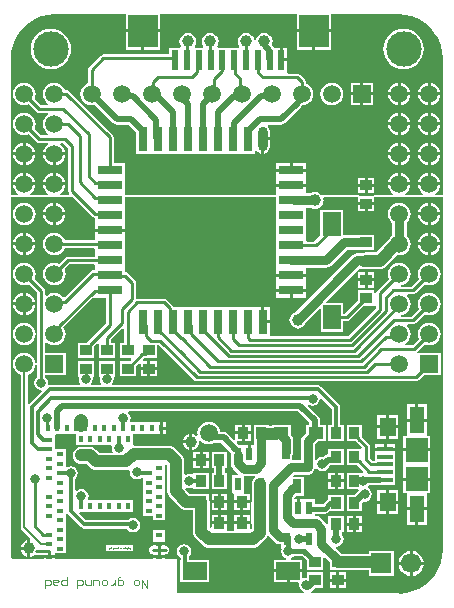
<source format=gtl>
G04*
G04 #@! TF.GenerationSoftware,Altium Limited,Altium Designer,20.2.6 (244)*
G04*
G04 Layer_Physical_Order=1*
G04 Layer_Color=255*
%FSLAX25Y25*%
%MOIN*%
G70*
G04*
G04 #@! TF.SameCoordinates,311AA1CE-0284-405A-9FC1-4CD4DC225AB5*
G04*
G04*
G04 #@! TF.FilePolarity,Positive*
G04*
G01*
G75*
%ADD10C,0.01000*%
%ADD11C,0.00787*%
%ADD17R,0.02362X0.01575*%
%ADD18R,0.01575X0.02362*%
%ADD19R,0.02362X0.06693*%
%ADD20R,0.09843X0.11024*%
%ADD21R,0.08268X0.03150*%
%ADD22R,0.03150X0.08268*%
%ADD23O,0.03150X0.08268*%
%ADD24R,0.04921X0.03937*%
%ADD25R,0.07874X0.05906*%
%ADD26R,0.03858X0.03661*%
%ADD27R,0.05118X0.09055*%
%ADD28R,0.07480X0.07874*%
%ADD29R,0.05315X0.01575*%
%ADD30R,0.05512X0.06299*%
G04:AMPARAMS|DCode=31|XSize=59.06mil|YSize=59.06mil|CornerRadius=29.53mil|HoleSize=0mil|Usage=FLASHONLY|Rotation=0.000|XOffset=0mil|YOffset=0mil|HoleType=Round|Shape=RoundedRectangle|*
%AMROUNDEDRECTD31*
21,1,0.05906,0.00000,0,0,0.0*
21,1,0.00000,0.05906,0,0,0.0*
1,1,0.05906,0.00000,0.00000*
1,1,0.05906,0.00000,0.00000*
1,1,0.05906,0.00000,0.00000*
1,1,0.05906,0.00000,0.00000*
%
%ADD31ROUNDEDRECTD31*%
%ADD32R,0.03661X0.03858*%
%ADD33R,0.02559X0.04528*%
%ADD34R,0.02362X0.04331*%
%ADD35R,0.05906X0.07874*%
%ADD61C,0.01968*%
%ADD62C,0.03150*%
%ADD63C,0.03937*%
%ADD64C,0.01181*%
%ADD65C,0.04724*%
%ADD66C,0.01500*%
%ADD67C,0.00214*%
%ADD68C,0.00027*%
%ADD69C,0.11811*%
%ADD70C,0.05906*%
%ADD71R,0.05906X0.05906*%
%ADD72R,0.06693X0.06693*%
%ADD73C,0.06693*%
%ADD74R,0.05906X0.05906*%
%ADD75C,0.03937*%
%ADD76C,0.03150*%
G36*
X59061Y-25627D02*
X61313Y-26168D01*
X63453Y-27054D01*
X65427Y-28264D01*
X67188Y-29768D01*
X68692Y-31529D01*
X69903Y-33504D01*
X70789Y-35644D01*
X71329Y-37896D01*
X71507Y-40151D01*
X71496Y-40205D01*
Y-85697D01*
X69109D01*
X69043Y-85570D01*
X68977Y-85197D01*
X69668Y-84667D01*
X70267Y-83886D01*
X70644Y-82976D01*
X70707Y-82500D01*
X67000D01*
X63293D01*
X63356Y-82976D01*
X63733Y-83886D01*
X64332Y-84667D01*
X65023Y-85197D01*
X64957Y-85569D01*
X64891Y-85697D01*
X59109Y-85697D01*
X59043Y-85569D01*
X58977Y-85197D01*
X59667Y-84667D01*
X60267Y-83886D01*
X60644Y-82976D01*
X60707Y-82500D01*
X57000D01*
X53293D01*
X53356Y-82976D01*
X53733Y-83886D01*
X54333Y-84667D01*
X55023Y-85197D01*
X54957Y-85569D01*
X54891Y-85697D01*
X48717D01*
X48409Y-85758D01*
X48177Y-85913D01*
X43823D01*
X43591Y-85758D01*
X43284Y-85697D01*
X32056Y-85697D01*
X31983Y-85712D01*
X31909Y-85711D01*
X31831Y-85742D01*
X31749Y-85758D01*
X31687Y-85800D01*
X31618Y-85827D01*
X31201Y-85751D01*
X31066Y-85665D01*
X30966Y-85535D01*
X30390Y-85093D01*
X29719Y-84815D01*
X29000Y-84720D01*
X28281Y-84815D01*
X27613Y-85092D01*
X26240D01*
X25835Y-84862D01*
X25835Y-84592D01*
Y-83000D01*
X20913D01*
X15992D01*
Y-85344D01*
X15639Y-85697D01*
X-34218Y-85697D01*
X-34579Y-85197D01*
Y-85138D01*
X-34579D01*
Y-84862D01*
X-34579D01*
Y-80362D01*
X-34579Y-80138D01*
X-34579D01*
Y-79862D01*
X-34579D01*
Y-75138D01*
X-38187D01*
Y-66500D01*
X-38287Y-65998D01*
X-38572Y-65572D01*
X-53072Y-51072D01*
X-53498Y-50787D01*
X-54000Y-50687D01*
X-54495D01*
X-54733Y-50114D01*
X-55332Y-49332D01*
X-56114Y-48733D01*
X-57024Y-48356D01*
X-58000Y-48228D01*
X-58976Y-48356D01*
X-59886Y-48733D01*
X-60668Y-49332D01*
X-61267Y-50114D01*
X-61644Y-51024D01*
X-61772Y-52000D01*
X-61644Y-52976D01*
X-61267Y-53886D01*
X-60668Y-54668D01*
X-59990Y-55187D01*
X-60091Y-55636D01*
X-60119Y-55687D01*
X-62456D01*
X-64594Y-53550D01*
X-64356Y-52976D01*
X-64228Y-52000D01*
X-64356Y-51024D01*
X-64733Y-50114D01*
X-65333Y-49332D01*
X-66114Y-48733D01*
X-67024Y-48356D01*
X-68000Y-48228D01*
X-68976Y-48356D01*
X-69886Y-48733D01*
X-70667Y-49332D01*
X-71267Y-50114D01*
X-71644Y-51024D01*
X-71772Y-52000D01*
X-71644Y-52976D01*
X-71267Y-53886D01*
X-70667Y-54668D01*
X-69886Y-55267D01*
X-68976Y-55644D01*
X-68000Y-55772D01*
X-67024Y-55644D01*
X-66450Y-55406D01*
X-63928Y-57928D01*
X-63502Y-58213D01*
X-63000Y-58313D01*
X-60119D01*
X-60091Y-58364D01*
X-59990Y-58813D01*
X-60668Y-59333D01*
X-61267Y-60114D01*
X-61644Y-61024D01*
X-61772Y-62000D01*
X-61644Y-62976D01*
X-61267Y-63886D01*
X-60668Y-64667D01*
X-59990Y-65187D01*
X-60091Y-65636D01*
X-60119Y-65687D01*
X-62456D01*
X-64594Y-63550D01*
X-64356Y-62976D01*
X-64228Y-62000D01*
X-64356Y-61024D01*
X-64733Y-60114D01*
X-65333Y-59333D01*
X-66114Y-58733D01*
X-67024Y-58356D01*
X-68000Y-58228D01*
X-68976Y-58356D01*
X-69886Y-58733D01*
X-70667Y-59333D01*
X-71267Y-60114D01*
X-71644Y-61024D01*
X-71772Y-62000D01*
X-71644Y-62976D01*
X-71267Y-63886D01*
X-70667Y-64667D01*
X-69886Y-65267D01*
X-68976Y-65644D01*
X-68000Y-65772D01*
X-67024Y-65644D01*
X-66450Y-65406D01*
X-63928Y-67928D01*
X-63502Y-68213D01*
X-63000Y-68313D01*
X-60119D01*
X-60091Y-68364D01*
X-59990Y-68813D01*
X-60668Y-69332D01*
X-61267Y-70114D01*
X-61644Y-71024D01*
X-61707Y-71500D01*
X-58000D01*
Y-72000D01*
D01*
Y-71500D01*
X-54293D01*
X-54356Y-71024D01*
X-54733Y-70114D01*
X-55332Y-69332D01*
X-56010Y-68813D01*
X-55909Y-68364D01*
X-55881Y-68313D01*
X-55044D01*
X-53313Y-70044D01*
Y-84500D01*
X-53213Y-85002D01*
X-53083Y-85197D01*
X-53350Y-85697D01*
X-55891D01*
X-55957Y-85569D01*
X-56023Y-85197D01*
X-55332Y-84667D01*
X-54733Y-83886D01*
X-54356Y-82976D01*
X-54293Y-82500D01*
X-58000D01*
X-61707D01*
X-61644Y-82976D01*
X-61267Y-83886D01*
X-60668Y-84667D01*
X-59977Y-85197D01*
X-60043Y-85569D01*
X-60109Y-85697D01*
X-65891Y-85697D01*
X-65957Y-85569D01*
X-66023Y-85197D01*
X-65333Y-84667D01*
X-64733Y-83886D01*
X-64356Y-82976D01*
X-64293Y-82500D01*
X-68000D01*
X-71707D01*
X-71644Y-82976D01*
X-71267Y-83886D01*
X-70667Y-84667D01*
X-69977Y-85197D01*
X-70043Y-85569D01*
X-70109Y-85697D01*
X-72496D01*
X-72496Y-85197D01*
Y-40705D01*
X-72496Y-40205D01*
X-72473Y-39715D01*
X-72329Y-37896D01*
X-71789Y-35644D01*
X-70903Y-33504D01*
X-69692Y-31529D01*
X-68188Y-29768D01*
X-66427Y-28264D01*
X-64452Y-27054D01*
X-62313Y-26168D01*
X-60061Y-25627D01*
X-57961Y-25462D01*
X-57752Y-25504D01*
X-34252D01*
Y-30500D01*
X-28543D01*
X-22835D01*
Y-25504D01*
X22835D01*
Y-30500D01*
X28543D01*
X34252D01*
Y-25504D01*
X56752D01*
X56961Y-25462D01*
X59061Y-25627D01*
D02*
G37*
G36*
X71496Y-203752D02*
X71540Y-203971D01*
X71376Y-206061D01*
X70835Y-208314D01*
X69948Y-210454D01*
X68738Y-212429D01*
X67234Y-214190D01*
X65472Y-215695D01*
X63497Y-216905D01*
X61357Y-217792D01*
X59105Y-218332D01*
X56858Y-218509D01*
X56795Y-218496D01*
X27601D01*
X27449Y-217997D01*
X27777Y-217777D01*
X28905Y-216650D01*
X31716D01*
Y-211413D01*
X26283D01*
Y-213109D01*
X26000Y-213341D01*
X25224Y-213496D01*
X24724Y-213206D01*
Y-211500D01*
X20500D01*
Y-214740D01*
X23282D01*
X23693Y-215240D01*
X23591Y-215750D01*
X23775Y-216672D01*
X24297Y-217453D01*
X25078Y-217975D01*
X25185Y-217997D01*
X25135Y-218496D01*
X-17000Y-218496D01*
X-17000Y-207000D01*
X-21032D01*
Y-206831D01*
X-23000D01*
X-24969D01*
Y-207000D01*
X-57646D01*
Y-206831D01*
X-61582D01*
Y-207000D01*
X-72150D01*
X-72376Y-206061D01*
X-72500Y-204480D01*
Y-203770D01*
X-72496Y-203752D01*
X-72496Y-86500D01*
X-51856Y-86500D01*
X-45476Y-92880D01*
X-45050Y-93165D01*
X-44548Y-93265D01*
X-44421Y-93391D01*
X-44421Y-95000D01*
X-44421Y-95362D01*
Y-97000D01*
X-39500D01*
X-34579D01*
Y-95362D01*
X-34579Y-95000D01*
X-34579Y-94638D01*
Y-90138D01*
X-34579D01*
Y-89862D01*
X-34579D01*
Y-86500D01*
X15992Y-86500D01*
X15992Y-90000D01*
X15992Y-90362D01*
Y-94638D01*
X15992Y-95000D01*
X15992Y-95362D01*
Y-99638D01*
X15992Y-100000D01*
X15992Y-100362D01*
Y-104862D01*
X15992Y-104862D01*
Y-105138D01*
X15992D01*
X15992Y-105362D01*
Y-109638D01*
X15992Y-110000D01*
X15992Y-110362D01*
Y-112000D01*
X20913D01*
X25835D01*
Y-110408D01*
X25835Y-110138D01*
X26240Y-109908D01*
X32421D01*
X33342Y-109725D01*
X34124Y-109203D01*
X39450Y-103877D01*
X43284D01*
Y-104087D01*
X48717D01*
Y-98850D01*
X43284D01*
Y-99060D01*
X38452D01*
X38162Y-98822D01*
Y-90544D01*
X30681D01*
Y-99137D01*
X28631Y-101187D01*
X26188D01*
X25835Y-100834D01*
X25835Y-100000D01*
X25835Y-99638D01*
Y-95362D01*
X25835Y-95000D01*
X25835Y-94638D01*
Y-90408D01*
X25835Y-90138D01*
X26240Y-89908D01*
X27613D01*
X28281Y-90185D01*
X29000Y-90280D01*
X29719Y-90185D01*
X30390Y-89907D01*
X30966Y-89465D01*
X31407Y-88890D01*
X31685Y-88219D01*
X31780Y-87500D01*
X31714Y-87000D01*
X32056Y-86500D01*
X43284Y-86500D01*
Y-88032D01*
X46000D01*
X48717D01*
Y-86500D01*
X71496Y-86500D01*
X71496Y-203752D01*
D02*
G37*
%LPC*%
G36*
X12000Y-31720D02*
X11281Y-31815D01*
X10610Y-32093D01*
X10035Y-32535D01*
X9593Y-33110D01*
X9315Y-33781D01*
X9254Y-34243D01*
X9252Y-34258D01*
X8748D01*
X8746Y-34243D01*
X8685Y-33781D01*
X8407Y-33110D01*
X7965Y-32535D01*
X7390Y-32093D01*
X6719Y-31815D01*
X6000Y-31720D01*
X5281Y-31815D01*
X4610Y-32093D01*
X4034Y-32535D01*
X3593Y-33110D01*
X3315Y-33781D01*
X3220Y-34500D01*
X3315Y-35219D01*
X3593Y-35890D01*
X3686Y-36012D01*
X3440Y-36512D01*
X-3440D01*
X-3686Y-36012D01*
X-3593Y-35890D01*
X-3315Y-35219D01*
X-3220Y-34500D01*
X-3315Y-33781D01*
X-3593Y-33110D01*
X-4034Y-32535D01*
X-4610Y-32093D01*
X-5281Y-31815D01*
X-6000Y-31720D01*
X-6719Y-31815D01*
X-7390Y-32093D01*
X-7965Y-32535D01*
X-8407Y-33110D01*
X-8685Y-33781D01*
X-8780Y-34500D01*
X-8685Y-35219D01*
X-8407Y-35890D01*
X-8314Y-36012D01*
X-8560Y-36512D01*
X-10940D01*
X-11186Y-36012D01*
X-11093Y-35890D01*
X-10815Y-35219D01*
X-10720Y-34500D01*
X-10815Y-33781D01*
X-11093Y-33110D01*
X-11535Y-32535D01*
X-12110Y-32093D01*
X-12781Y-31815D01*
X-13500Y-31720D01*
X-14219Y-31815D01*
X-14890Y-32093D01*
X-15465Y-32535D01*
X-15907Y-33110D01*
X-16185Y-33781D01*
X-16280Y-34500D01*
X-16185Y-35219D01*
X-15907Y-35890D01*
X-15814Y-36012D01*
X-16060Y-36512D01*
X-16248Y-36512D01*
X-19685D01*
Y-38833D01*
X-41646D01*
X-42148Y-38933D01*
X-42574Y-39217D01*
X-46428Y-43072D01*
X-46713Y-43498D01*
X-46813Y-44000D01*
Y-48495D01*
X-47386Y-48733D01*
X-48167Y-49332D01*
X-48767Y-50114D01*
X-49144Y-51024D01*
X-49272Y-52000D01*
X-49144Y-52976D01*
X-48767Y-53886D01*
X-48167Y-54668D01*
X-47386Y-55267D01*
X-46476Y-55644D01*
X-45500Y-55772D01*
X-44524Y-55644D01*
X-44444Y-55611D01*
X-38277Y-61777D01*
X-37691Y-62169D01*
X-37000Y-62306D01*
X-33189D01*
X-30862Y-64633D01*
Y-71921D01*
X-26362D01*
X-26000Y-71921D01*
X-25638Y-71921D01*
X-21138D01*
Y-71921D01*
X-20862D01*
Y-71921D01*
X-16362D01*
X-16000Y-71921D01*
X-15638Y-71921D01*
X-11362D01*
X-11000Y-71921D01*
X-10638Y-71921D01*
X-6138D01*
Y-71921D01*
X-5862D01*
Y-71921D01*
X-1138D01*
Y-71921D01*
X-862D01*
Y-71921D01*
X3638D01*
X4000Y-71921D01*
X4362Y-71921D01*
X8862D01*
Y-70763D01*
X9362Y-70612D01*
X9797Y-71262D01*
X10578Y-71784D01*
X11000Y-71868D01*
Y-67000D01*
X11500D01*
Y-66500D01*
X13908D01*
Y-64441D01*
X13725Y-63519D01*
X13249Y-62806D01*
X13389Y-62306D01*
X17500D01*
X18191Y-62169D01*
X18777Y-61777D01*
X24379Y-56176D01*
X24663Y-55751D01*
X25476Y-55644D01*
X26386Y-55267D01*
X27167Y-54668D01*
X27767Y-53886D01*
X28144Y-52976D01*
X28272Y-52000D01*
X28144Y-51024D01*
X27767Y-50114D01*
X27167Y-49332D01*
X26386Y-48733D01*
X25813Y-48495D01*
Y-48000D01*
X25713Y-47498D01*
X25428Y-47072D01*
X23928Y-45572D01*
X23502Y-45287D01*
X23000Y-45187D01*
X19907D01*
X19685Y-44780D01*
X19685Y-44687D01*
Y-41146D01*
X17717D01*
Y-40646D01*
X17217D01*
Y-36512D01*
X16248D01*
X15748Y-36512D01*
X15152Y-36512D01*
X14860Y-36075D01*
X14485Y-35701D01*
X14685Y-35219D01*
X14780Y-34500D01*
X14685Y-33781D01*
X14407Y-33110D01*
X13965Y-32535D01*
X13390Y-32093D01*
X12719Y-31815D01*
X12000Y-31720D01*
D02*
G37*
G36*
X34252Y-31500D02*
X29043D01*
Y-37299D01*
X34252D01*
Y-31500D01*
D02*
G37*
G36*
X28043D02*
X22835D01*
Y-37299D01*
X28043D01*
Y-31500D01*
D02*
G37*
G36*
X-22835D02*
X-28043D01*
Y-37299D01*
X-22835D01*
Y-31500D01*
D02*
G37*
G36*
X-29043D02*
X-34252D01*
Y-37299D01*
X-29043D01*
Y-31500D01*
D02*
G37*
G36*
X18217Y-36512D02*
Y-40146D01*
X19685D01*
Y-36512D01*
X18217D01*
D02*
G37*
G36*
X58417Y-30314D02*
X57105Y-30443D01*
X55844Y-30826D01*
X54681Y-31447D01*
X53662Y-32284D01*
X52825Y-33303D01*
X52204Y-34466D01*
X51821Y-35727D01*
X51692Y-37039D01*
X51821Y-38351D01*
X52204Y-39613D01*
X52825Y-40776D01*
X53662Y-41795D01*
X54681Y-42631D01*
X55844Y-43253D01*
X57105Y-43635D01*
X58417Y-43765D01*
X59729Y-43635D01*
X60991Y-43253D01*
X62154Y-42631D01*
X63173Y-41795D01*
X64009Y-40776D01*
X64631Y-39613D01*
X65013Y-38351D01*
X65143Y-37039D01*
X65013Y-35727D01*
X64631Y-34466D01*
X64009Y-33303D01*
X63173Y-32284D01*
X62154Y-31447D01*
X60991Y-30826D01*
X59729Y-30443D01*
X58417Y-30314D01*
D02*
G37*
G36*
X-59181D02*
X-60493Y-30443D01*
X-61755Y-30826D01*
X-62918Y-31447D01*
X-63937Y-32284D01*
X-64773Y-33303D01*
X-65395Y-34466D01*
X-65777Y-35727D01*
X-65906Y-37039D01*
X-65777Y-38351D01*
X-65395Y-39613D01*
X-64773Y-40776D01*
X-63937Y-41795D01*
X-62918Y-42631D01*
X-61755Y-43253D01*
X-60493Y-43635D01*
X-59181Y-43765D01*
X-57869Y-43635D01*
X-56607Y-43253D01*
X-55445Y-42631D01*
X-54426Y-41795D01*
X-53589Y-40776D01*
X-52968Y-39613D01*
X-52585Y-38351D01*
X-52456Y-37039D01*
X-52585Y-35727D01*
X-52968Y-34466D01*
X-53589Y-33303D01*
X-54426Y-32284D01*
X-55445Y-31447D01*
X-56607Y-30826D01*
X-57869Y-30443D01*
X-59181Y-30314D01*
D02*
G37*
G36*
X48240Y-48260D02*
X45000D01*
Y-51500D01*
X48240D01*
Y-48260D01*
D02*
G37*
G36*
X67500Y-48293D02*
Y-51500D01*
X70707D01*
X70644Y-51024D01*
X70267Y-50114D01*
X69668Y-49332D01*
X68886Y-48733D01*
X67976Y-48356D01*
X67500Y-48293D01*
D02*
G37*
G36*
X57500D02*
Y-51500D01*
X60707D01*
X60644Y-51024D01*
X60267Y-50114D01*
X59667Y-49332D01*
X58886Y-48733D01*
X57976Y-48356D01*
X57500Y-48293D01*
D02*
G37*
G36*
X66500D02*
X66024Y-48356D01*
X65114Y-48733D01*
X64332Y-49332D01*
X63733Y-50114D01*
X63356Y-51024D01*
X63293Y-51500D01*
X66500D01*
Y-48293D01*
D02*
G37*
G36*
X56500D02*
X56024Y-48356D01*
X55114Y-48733D01*
X54333Y-49332D01*
X53733Y-50114D01*
X53356Y-51024D01*
X53293Y-51500D01*
X56500D01*
Y-48293D01*
D02*
G37*
G36*
X44000Y-48260D02*
X40760D01*
Y-51500D01*
X44000D01*
Y-48260D01*
D02*
G37*
G36*
X70707Y-52500D02*
X67500D01*
Y-55707D01*
X67976Y-55644D01*
X68886Y-55267D01*
X69668Y-54668D01*
X70267Y-53886D01*
X70644Y-52976D01*
X70707Y-52500D01*
D02*
G37*
G36*
X60707D02*
X57500D01*
Y-55707D01*
X57976Y-55644D01*
X58886Y-55267D01*
X59667Y-54668D01*
X60267Y-53886D01*
X60644Y-52976D01*
X60707Y-52500D01*
D02*
G37*
G36*
X66500D02*
X63293D01*
X63356Y-52976D01*
X63733Y-53886D01*
X64332Y-54668D01*
X65114Y-55267D01*
X66024Y-55644D01*
X66500Y-55707D01*
Y-52500D01*
D02*
G37*
G36*
X56500D02*
X53293D01*
X53356Y-52976D01*
X53733Y-53886D01*
X54333Y-54668D01*
X55114Y-55267D01*
X56024Y-55644D01*
X56500Y-55707D01*
Y-52500D01*
D02*
G37*
G36*
X48240D02*
X45000D01*
Y-55740D01*
X48240D01*
Y-52500D01*
D02*
G37*
G36*
X44000D02*
X40760D01*
Y-55740D01*
X44000D01*
Y-52500D01*
D02*
G37*
G36*
X34500Y-48228D02*
X33524Y-48356D01*
X32614Y-48733D01*
X31833Y-49332D01*
X31233Y-50114D01*
X30856Y-51024D01*
X30728Y-52000D01*
X30856Y-52976D01*
X31233Y-53886D01*
X31833Y-54668D01*
X32614Y-55267D01*
X33524Y-55644D01*
X34500Y-55772D01*
X35476Y-55644D01*
X36386Y-55267D01*
X37168Y-54668D01*
X37767Y-53886D01*
X38144Y-52976D01*
X38272Y-52000D01*
X38144Y-51024D01*
X37767Y-50114D01*
X37168Y-49332D01*
X36386Y-48733D01*
X35476Y-48356D01*
X34500Y-48228D01*
D02*
G37*
G36*
X67500Y-58293D02*
Y-61500D01*
X70707D01*
X70644Y-61024D01*
X70267Y-60114D01*
X69668Y-59333D01*
X68886Y-58733D01*
X67976Y-58356D01*
X67500Y-58293D01*
D02*
G37*
G36*
X57500D02*
Y-61500D01*
X60707D01*
X60644Y-61024D01*
X60267Y-60114D01*
X59667Y-59333D01*
X58886Y-58733D01*
X57976Y-58356D01*
X57500Y-58293D01*
D02*
G37*
G36*
X66500D02*
X66024Y-58356D01*
X65114Y-58733D01*
X64332Y-59333D01*
X63733Y-60114D01*
X63356Y-61024D01*
X63293Y-61500D01*
X66500D01*
Y-58293D01*
D02*
G37*
G36*
X56500D02*
X56024Y-58356D01*
X55114Y-58733D01*
X54333Y-59333D01*
X53733Y-60114D01*
X53356Y-61024D01*
X53293Y-61500D01*
X56500D01*
Y-58293D01*
D02*
G37*
G36*
X70707Y-62500D02*
X67500D01*
Y-65707D01*
X67976Y-65644D01*
X68886Y-65267D01*
X69668Y-64667D01*
X70267Y-63886D01*
X70644Y-62976D01*
X70707Y-62500D01*
D02*
G37*
G36*
X60707D02*
X57500D01*
Y-65707D01*
X57976Y-65644D01*
X58886Y-65267D01*
X59667Y-64667D01*
X60267Y-63886D01*
X60644Y-62976D01*
X60707Y-62500D01*
D02*
G37*
G36*
X66500D02*
X63293D01*
X63356Y-62976D01*
X63733Y-63886D01*
X64332Y-64667D01*
X65114Y-65267D01*
X66024Y-65644D01*
X66500Y-65707D01*
Y-62500D01*
D02*
G37*
G36*
X56500D02*
X53293D01*
X53356Y-62976D01*
X53733Y-63886D01*
X54333Y-64667D01*
X55114Y-65267D01*
X56024Y-65644D01*
X56500Y-65707D01*
Y-62500D01*
D02*
G37*
G36*
X67500Y-68293D02*
Y-71500D01*
X70707D01*
X70644Y-71024D01*
X70267Y-70114D01*
X69668Y-69332D01*
X68886Y-68733D01*
X67976Y-68356D01*
X67500Y-68293D01*
D02*
G37*
G36*
X57500D02*
Y-71500D01*
X60707D01*
X60644Y-71024D01*
X60267Y-70114D01*
X59667Y-69332D01*
X58886Y-68733D01*
X57976Y-68356D01*
X57500Y-68293D01*
D02*
G37*
G36*
X-67500D02*
Y-71500D01*
X-64293D01*
X-64356Y-71024D01*
X-64733Y-70114D01*
X-65333Y-69332D01*
X-66114Y-68733D01*
X-67024Y-68356D01*
X-67500Y-68293D01*
D02*
G37*
G36*
X66500D02*
X66024Y-68356D01*
X65114Y-68733D01*
X64332Y-69332D01*
X63733Y-70114D01*
X63356Y-71024D01*
X63293Y-71500D01*
X66500D01*
Y-68293D01*
D02*
G37*
G36*
X56500D02*
X56024Y-68356D01*
X55114Y-68733D01*
X54333Y-69332D01*
X53733Y-70114D01*
X53356Y-71024D01*
X53293Y-71500D01*
X56500D01*
Y-68293D01*
D02*
G37*
G36*
X-68500D02*
X-68976Y-68356D01*
X-69886Y-68733D01*
X-70667Y-69332D01*
X-71267Y-70114D01*
X-71644Y-71024D01*
X-71707Y-71500D01*
X-68500D01*
Y-68293D01*
D02*
G37*
G36*
X13908Y-67500D02*
X12000D01*
Y-71868D01*
X12422Y-71784D01*
X13203Y-71262D01*
X13725Y-70481D01*
X13908Y-69559D01*
Y-67500D01*
D02*
G37*
G36*
X70707Y-72500D02*
X67500D01*
Y-75707D01*
X67976Y-75644D01*
X68886Y-75267D01*
X69668Y-74668D01*
X70267Y-73886D01*
X70644Y-72976D01*
X70707Y-72500D01*
D02*
G37*
G36*
X60707D02*
X57500D01*
Y-75707D01*
X57976Y-75644D01*
X58886Y-75267D01*
X59667Y-74668D01*
X60267Y-73886D01*
X60644Y-72976D01*
X60707Y-72500D01*
D02*
G37*
G36*
X-54293D02*
X-57500D01*
Y-75707D01*
X-57024Y-75644D01*
X-56114Y-75267D01*
X-55332Y-74668D01*
X-54733Y-73886D01*
X-54356Y-72976D01*
X-54293Y-72500D01*
D02*
G37*
G36*
X-64293D02*
X-67500D01*
Y-75707D01*
X-67024Y-75644D01*
X-66114Y-75267D01*
X-65333Y-74668D01*
X-64733Y-73886D01*
X-64356Y-72976D01*
X-64293Y-72500D01*
D02*
G37*
G36*
X-68500D02*
X-71707D01*
X-71644Y-72976D01*
X-71267Y-73886D01*
X-70667Y-74668D01*
X-69886Y-75267D01*
X-68976Y-75644D01*
X-68500Y-75707D01*
Y-72500D01*
D02*
G37*
G36*
X66500D02*
X63293D01*
X63356Y-72976D01*
X63733Y-73886D01*
X64332Y-74668D01*
X65114Y-75267D01*
X66024Y-75644D01*
X66500Y-75707D01*
Y-72500D01*
D02*
G37*
G36*
X56500D02*
X53293D01*
X53356Y-72976D01*
X53733Y-73886D01*
X54333Y-74668D01*
X55114Y-75267D01*
X56024Y-75644D01*
X56500Y-75707D01*
Y-72500D01*
D02*
G37*
G36*
X-58500D02*
X-61707D01*
X-61644Y-72976D01*
X-61267Y-73886D01*
X-60668Y-74668D01*
X-59886Y-75267D01*
X-58976Y-75644D01*
X-58500Y-75707D01*
Y-72500D01*
D02*
G37*
G36*
X25835Y-75138D02*
X21413D01*
Y-77000D01*
X25835D01*
Y-75138D01*
D02*
G37*
G36*
X20413D02*
X15992D01*
Y-77000D01*
X20413D01*
Y-75138D01*
D02*
G37*
G36*
X67500Y-78293D02*
Y-81500D01*
X70707D01*
X70644Y-81024D01*
X70267Y-80114D01*
X69668Y-79333D01*
X68886Y-78733D01*
X67976Y-78356D01*
X67500Y-78293D01*
D02*
G37*
G36*
X57500D02*
Y-81500D01*
X60707D01*
X60644Y-81024D01*
X60267Y-80114D01*
X59667Y-79333D01*
X58886Y-78733D01*
X57976Y-78356D01*
X57500Y-78293D01*
D02*
G37*
G36*
X-57500D02*
Y-81500D01*
X-54293D01*
X-54356Y-81024D01*
X-54733Y-80114D01*
X-55332Y-79333D01*
X-56114Y-78733D01*
X-57024Y-78356D01*
X-57500Y-78293D01*
D02*
G37*
G36*
X-67500D02*
Y-81500D01*
X-64293D01*
X-64356Y-81024D01*
X-64733Y-80114D01*
X-65333Y-79333D01*
X-66114Y-78733D01*
X-67024Y-78356D01*
X-67500Y-78293D01*
D02*
G37*
G36*
X66500D02*
X66024Y-78356D01*
X65114Y-78733D01*
X64332Y-79333D01*
X63733Y-80114D01*
X63356Y-81024D01*
X63293Y-81500D01*
X66500D01*
Y-78293D01*
D02*
G37*
G36*
X56500D02*
X56024Y-78356D01*
X55114Y-78733D01*
X54333Y-79333D01*
X53733Y-80114D01*
X53356Y-81024D01*
X53293Y-81500D01*
X56500D01*
Y-78293D01*
D02*
G37*
G36*
X-58500D02*
X-58976Y-78356D01*
X-59886Y-78733D01*
X-60668Y-79333D01*
X-61267Y-80114D01*
X-61644Y-81024D01*
X-61707Y-81500D01*
X-58500D01*
Y-78293D01*
D02*
G37*
G36*
X-68500D02*
X-68976Y-78356D01*
X-69886Y-78733D01*
X-70667Y-79333D01*
X-71267Y-80114D01*
X-71644Y-81024D01*
X-71707Y-81500D01*
X-68500D01*
Y-78293D01*
D02*
G37*
G36*
X48717Y-79850D02*
X46500D01*
Y-81968D01*
X48717D01*
Y-79850D01*
D02*
G37*
G36*
X45500D02*
X43284D01*
Y-81968D01*
X45500D01*
Y-79850D01*
D02*
G37*
G36*
X20913Y-77500D02*
D01*
Y-78000D01*
X15992D01*
Y-79638D01*
X15992Y-80000D01*
X15992Y-80362D01*
Y-82000D01*
X20913D01*
X25835D01*
Y-80362D01*
X25835Y-80000D01*
X25835Y-79638D01*
Y-78000D01*
X20913D01*
Y-77500D01*
D02*
G37*
G36*
X48717Y-82968D02*
X46500D01*
Y-85087D01*
X48717D01*
Y-82968D01*
D02*
G37*
G36*
X45500D02*
X43284D01*
Y-85087D01*
X45500D01*
Y-82968D01*
D02*
G37*
G36*
X48717Y-89031D02*
X46500D01*
Y-91150D01*
X48717D01*
Y-89031D01*
D02*
G37*
G36*
X45500D02*
X43284D01*
Y-91150D01*
X45500D01*
Y-89031D01*
D02*
G37*
G36*
X67500Y-88293D02*
Y-91500D01*
X70707D01*
X70644Y-91024D01*
X70267Y-90114D01*
X69668Y-89332D01*
X68886Y-88733D01*
X67976Y-88356D01*
X67500Y-88293D01*
D02*
G37*
G36*
X-57500D02*
Y-91500D01*
X-54293D01*
X-54356Y-91024D01*
X-54733Y-90114D01*
X-55332Y-89332D01*
X-56114Y-88733D01*
X-57024Y-88356D01*
X-57500Y-88293D01*
D02*
G37*
G36*
X66500D02*
X66024Y-88356D01*
X65114Y-88733D01*
X64332Y-89332D01*
X63733Y-90114D01*
X63356Y-91024D01*
X63293Y-91500D01*
X66500D01*
Y-88293D01*
D02*
G37*
G36*
X-58500D02*
X-58976Y-88356D01*
X-59886Y-88733D01*
X-60668Y-89332D01*
X-61267Y-90114D01*
X-61644Y-91024D01*
X-61707Y-91500D01*
X-58500D01*
Y-88293D01*
D02*
G37*
G36*
X70707Y-92500D02*
X67500D01*
Y-95707D01*
X67976Y-95644D01*
X68886Y-95267D01*
X69668Y-94668D01*
X70267Y-93886D01*
X70644Y-92976D01*
X70707Y-92500D01*
D02*
G37*
G36*
X-54293D02*
X-57500D01*
Y-95707D01*
X-57024Y-95644D01*
X-56114Y-95267D01*
X-55332Y-94668D01*
X-54733Y-93886D01*
X-54356Y-92976D01*
X-54293Y-92500D01*
D02*
G37*
G36*
X66500D02*
X63293D01*
X63356Y-92976D01*
X63733Y-93886D01*
X64332Y-94668D01*
X65114Y-95267D01*
X66024Y-95644D01*
X66500Y-95707D01*
Y-92500D01*
D02*
G37*
G36*
X-58500D02*
X-61707D01*
X-61644Y-92976D01*
X-61267Y-93886D01*
X-60668Y-94668D01*
X-59886Y-95267D01*
X-58976Y-95644D01*
X-58500Y-95707D01*
Y-92500D01*
D02*
G37*
G36*
X-68000Y-88228D02*
X-68976Y-88356D01*
X-69886Y-88733D01*
X-70667Y-89332D01*
X-71267Y-90114D01*
X-71644Y-91024D01*
X-71772Y-92000D01*
X-71644Y-92976D01*
X-71267Y-93886D01*
X-70667Y-94668D01*
X-69886Y-95267D01*
X-68976Y-95644D01*
X-68000Y-95772D01*
X-67024Y-95644D01*
X-66114Y-95267D01*
X-65333Y-94668D01*
X-64733Y-93886D01*
X-64356Y-92976D01*
X-64228Y-92000D01*
X-64356Y-91024D01*
X-64733Y-90114D01*
X-65333Y-89332D01*
X-66114Y-88733D01*
X-67024Y-88356D01*
X-68000Y-88228D01*
D02*
G37*
G36*
X67500Y-98293D02*
Y-101500D01*
X70707D01*
X70644Y-101024D01*
X70267Y-100114D01*
X69668Y-99332D01*
X68886Y-98733D01*
X67976Y-98356D01*
X67500Y-98293D01*
D02*
G37*
G36*
X-67500D02*
Y-101500D01*
X-64293D01*
X-64356Y-101024D01*
X-64733Y-100114D01*
X-65333Y-99332D01*
X-66114Y-98733D01*
X-67024Y-98356D01*
X-67500Y-98293D01*
D02*
G37*
G36*
X66500D02*
X66024Y-98356D01*
X65114Y-98733D01*
X64332Y-99332D01*
X63733Y-100114D01*
X63356Y-101024D01*
X63293Y-101500D01*
X66500D01*
Y-98293D01*
D02*
G37*
G36*
X-68500D02*
X-68976Y-98356D01*
X-69886Y-98733D01*
X-70667Y-99332D01*
X-71267Y-100114D01*
X-71644Y-101024D01*
X-71707Y-101500D01*
X-68500D01*
Y-98293D01*
D02*
G37*
G36*
X70707Y-102500D02*
X67500D01*
Y-105707D01*
X67976Y-105644D01*
X68886Y-105267D01*
X69668Y-104667D01*
X70267Y-103886D01*
X70644Y-102976D01*
X70707Y-102500D01*
D02*
G37*
G36*
X-64293D02*
X-67500D01*
Y-105707D01*
X-67024Y-105644D01*
X-66114Y-105267D01*
X-65333Y-104667D01*
X-64733Y-103886D01*
X-64356Y-102976D01*
X-64293Y-102500D01*
D02*
G37*
G36*
X66500D02*
X63293D01*
X63356Y-102976D01*
X63733Y-103886D01*
X64332Y-104667D01*
X65114Y-105267D01*
X66024Y-105644D01*
X66500Y-105707D01*
Y-102500D01*
D02*
G37*
G36*
X-68500D02*
X-71707D01*
X-71644Y-102976D01*
X-71267Y-103886D01*
X-70667Y-104667D01*
X-69886Y-105267D01*
X-68976Y-105644D01*
X-68500Y-105707D01*
Y-102500D01*
D02*
G37*
G36*
X48717Y-111350D02*
X46500D01*
Y-113469D01*
X48717D01*
Y-111350D01*
D02*
G37*
G36*
X45500D02*
X43284D01*
Y-113469D01*
X45500D01*
Y-111350D01*
D02*
G37*
G36*
X48717Y-114469D02*
X46500D01*
Y-116587D01*
X48717D01*
Y-114469D01*
D02*
G37*
G36*
X45500D02*
X43284D01*
Y-116587D01*
X45500D01*
Y-114469D01*
D02*
G37*
G36*
X25835Y-113000D02*
X20913D01*
X15992D01*
Y-114638D01*
X15992Y-115000D01*
X15992Y-115362D01*
Y-117000D01*
X20913D01*
X25835D01*
Y-115362D01*
X25835Y-115000D01*
X25835Y-114638D01*
Y-113000D01*
D02*
G37*
G36*
Y-118000D02*
X21413D01*
Y-119862D01*
X25835D01*
Y-118000D01*
D02*
G37*
G36*
X20413D02*
X15992D01*
Y-119862D01*
X20413D01*
Y-118000D01*
D02*
G37*
G36*
X-67500Y-118293D02*
Y-121500D01*
X-64293D01*
X-64356Y-121024D01*
X-64733Y-120114D01*
X-65333Y-119333D01*
X-66114Y-118733D01*
X-67024Y-118356D01*
X-67500Y-118293D01*
D02*
G37*
G36*
X-68500D02*
X-68976Y-118356D01*
X-69886Y-118733D01*
X-70667Y-119333D01*
X-71267Y-120114D01*
X-71644Y-121024D01*
X-71707Y-121500D01*
X-68500D01*
Y-118293D01*
D02*
G37*
G36*
X-64293Y-122500D02*
X-67500D01*
Y-125707D01*
X-67024Y-125644D01*
X-66114Y-125267D01*
X-65333Y-124668D01*
X-64733Y-123886D01*
X-64356Y-122976D01*
X-64293Y-122500D01*
D02*
G37*
G36*
X-68500D02*
X-71707D01*
X-71644Y-122976D01*
X-71267Y-123886D01*
X-70667Y-124668D01*
X-69886Y-125267D01*
X-68976Y-125644D01*
X-68500Y-125707D01*
Y-122500D01*
D02*
G37*
G36*
X13862Y-123079D02*
X12000D01*
Y-127500D01*
X13862D01*
Y-123079D01*
D02*
G37*
G36*
X57000Y-88228D02*
X56024Y-88356D01*
X55114Y-88733D01*
X54333Y-89332D01*
X53733Y-90114D01*
X53356Y-91024D01*
X53228Y-92000D01*
X53356Y-92976D01*
X53733Y-93886D01*
X54333Y-94668D01*
X54592Y-94866D01*
Y-99134D01*
X54333Y-99332D01*
X53733Y-100114D01*
X53576Y-100493D01*
X49317Y-104752D01*
X46000D01*
X45281Y-104847D01*
X45119Y-104913D01*
X43284D01*
Y-105092D01*
X43000D01*
X42078Y-105275D01*
X41297Y-105797D01*
X22323Y-124771D01*
X21763Y-125003D01*
X21187Y-125444D01*
X20746Y-126020D01*
X20468Y-126691D01*
X20373Y-127410D01*
X20468Y-128129D01*
X20746Y-128800D01*
X21187Y-129376D01*
X21763Y-129817D01*
X22433Y-130095D01*
X23153Y-130190D01*
X23872Y-130095D01*
X24543Y-129817D01*
X25118Y-129376D01*
X25560Y-128800D01*
X25838Y-128129D01*
X25847Y-128059D01*
X30298Y-123608D01*
X30760Y-123800D01*
Y-131224D01*
X38240D01*
Y-127813D01*
X39433D01*
X39935Y-127713D01*
X40361Y-127428D01*
X45140Y-122650D01*
X48687D01*
X48717Y-122650D01*
X49187Y-122720D01*
Y-123401D01*
X39913Y-132676D01*
X13862D01*
Y-128500D01*
X11500D01*
Y-128000D01*
X11000D01*
Y-123079D01*
X9138D01*
Y-123079D01*
X8862D01*
Y-123079D01*
X4138D01*
Y-123079D01*
X3862D01*
Y-123079D01*
X-862D01*
Y-123079D01*
X-1138D01*
Y-123079D01*
X-5862D01*
X-5862Y-123079D01*
X-6138D01*
Y-123079D01*
X-6362Y-123079D01*
X-10862D01*
X-10862Y-123079D01*
X-11138D01*
Y-123079D01*
X-11362Y-123079D01*
X-15862D01*
X-15862Y-123079D01*
X-16138D01*
Y-123079D01*
X-16362Y-123079D01*
X-18331D01*
X-18362Y-122923D01*
X-18647Y-122497D01*
X-20572Y-120572D01*
X-20998Y-120287D01*
X-21500Y-120187D01*
X-30472D01*
X-30687Y-120011D01*
Y-115000D01*
X-30787Y-114498D01*
X-31072Y-114072D01*
X-33524Y-111620D01*
X-33950Y-111335D01*
X-34452Y-111235D01*
X-34579Y-111109D01*
X-34579Y-110000D01*
X-34579Y-109638D01*
Y-105362D01*
X-34579Y-105000D01*
X-34579Y-104638D01*
Y-100362D01*
X-34579Y-100000D01*
X-34579Y-99638D01*
Y-98000D01*
X-39500D01*
X-44421D01*
Y-100334D01*
X-44775Y-100687D01*
X-54495D01*
X-54733Y-100114D01*
X-55332Y-99332D01*
X-56114Y-98733D01*
X-57024Y-98356D01*
X-58000Y-98228D01*
X-58976Y-98356D01*
X-59886Y-98733D01*
X-60668Y-99332D01*
X-61267Y-100114D01*
X-61644Y-101024D01*
X-61772Y-102000D01*
X-61644Y-102976D01*
X-61267Y-103886D01*
X-60668Y-104667D01*
X-59886Y-105267D01*
X-58976Y-105644D01*
X-58000Y-105772D01*
X-57024Y-105644D01*
X-56114Y-105267D01*
X-55332Y-104667D01*
X-54733Y-103886D01*
X-54495Y-103313D01*
X-44775D01*
X-44421Y-103666D01*
X-44421Y-105000D01*
X-44421Y-105362D01*
Y-106187D01*
X-53500D01*
X-54002Y-106287D01*
X-54428Y-106572D01*
X-56450Y-108594D01*
X-57024Y-108356D01*
X-58000Y-108228D01*
X-58976Y-108356D01*
X-59886Y-108733D01*
X-60668Y-109333D01*
X-61267Y-110114D01*
X-61644Y-111024D01*
X-61772Y-112000D01*
X-61644Y-112976D01*
X-61267Y-113886D01*
X-60668Y-114667D01*
X-59886Y-115267D01*
X-58976Y-115644D01*
X-58000Y-115772D01*
X-57024Y-115644D01*
X-56114Y-115267D01*
X-55332Y-114667D01*
X-54733Y-113886D01*
X-54356Y-112976D01*
X-54228Y-112000D01*
X-54356Y-111024D01*
X-54594Y-110450D01*
X-52956Y-108813D01*
X-44775D01*
X-44421Y-109166D01*
Y-110334D01*
X-44775Y-110687D01*
X-45000D01*
X-45502Y-110787D01*
X-45928Y-111072D01*
X-54568Y-119711D01*
X-55067Y-119679D01*
X-55332Y-119333D01*
X-56114Y-118733D01*
X-57024Y-118356D01*
X-58000Y-118228D01*
X-58976Y-118356D01*
X-59886Y-118733D01*
X-60563Y-119252D01*
X-61063Y-119094D01*
Y-117624D01*
X-61163Y-117122D01*
X-61447Y-116696D01*
X-64594Y-113550D01*
X-64356Y-112976D01*
X-64228Y-112000D01*
X-64356Y-111024D01*
X-64733Y-110114D01*
X-65333Y-109333D01*
X-66114Y-108733D01*
X-67024Y-108356D01*
X-68000Y-108228D01*
X-68976Y-108356D01*
X-69886Y-108733D01*
X-70667Y-109333D01*
X-71267Y-110114D01*
X-71644Y-111024D01*
X-71772Y-112000D01*
X-71644Y-112976D01*
X-71267Y-113886D01*
X-70667Y-114667D01*
X-69886Y-115267D01*
X-68976Y-115644D01*
X-68000Y-115772D01*
X-67024Y-115644D01*
X-66450Y-115406D01*
X-63688Y-118168D01*
Y-146309D01*
X-64079Y-146570D01*
X-64601Y-147352D01*
X-64784Y-148273D01*
X-64601Y-149195D01*
X-64079Y-149976D01*
X-63297Y-150499D01*
X-62375Y-150682D01*
X-62338Y-150674D01*
X-62102Y-151115D01*
X-66296Y-155309D01*
X-66796Y-155102D01*
Y-145549D01*
X-66114Y-145267D01*
X-65333Y-144667D01*
X-64733Y-143886D01*
X-64356Y-142976D01*
X-64228Y-142000D01*
X-64356Y-141024D01*
X-64733Y-140114D01*
X-65333Y-139332D01*
X-66114Y-138733D01*
X-67024Y-138356D01*
X-68000Y-138228D01*
X-68976Y-138356D01*
X-69886Y-138733D01*
X-70667Y-139332D01*
X-71267Y-140114D01*
X-71644Y-141024D01*
X-71772Y-142000D01*
X-71644Y-142976D01*
X-71267Y-143886D01*
X-70667Y-144667D01*
X-69886Y-145267D01*
X-69204Y-145549D01*
Y-196500D01*
X-69204Y-196500D01*
X-69113Y-196961D01*
X-68852Y-197352D01*
X-66852Y-199352D01*
X-66852Y-199352D01*
X-65909Y-200294D01*
X-66000Y-200478D01*
Y-203500D01*
Y-206214D01*
X-65781Y-206185D01*
X-65110Y-205907D01*
X-64666Y-205567D01*
X-64447Y-205713D01*
X-63945Y-205813D01*
X-61582D01*
Y-205831D01*
X-57646D01*
Y-205150D01*
X-54103D01*
Y-202500D01*
X-54103Y-202000D01*
X-54103D01*
Y-202000D01*
X-54103D01*
Y-198851D01*
Y-196201D01*
X-54103Y-195701D01*
X-54103D01*
Y-195701D01*
X-54103D01*
Y-193051D01*
X-54103Y-192551D01*
X-54103D01*
Y-192551D01*
X-54103D01*
Y-191982D01*
X-53603Y-191830D01*
X-53493Y-191993D01*
X-48994Y-196493D01*
X-48538Y-196798D01*
X-48000Y-196905D01*
X-33727D01*
X-33433Y-197344D01*
X-32652Y-197866D01*
X-31730Y-198050D01*
X-30808Y-197866D01*
X-30027Y-197344D01*
X-29505Y-196563D01*
X-29322Y-195641D01*
X-29505Y-194719D01*
X-30027Y-193938D01*
X-30808Y-193416D01*
X-31730Y-193232D01*
X-32652Y-193416D01*
X-33433Y-193938D01*
X-33538Y-194095D01*
X-47418D01*
X-49681Y-191832D01*
X-49490Y-191370D01*
X-48106D01*
X-47606Y-191370D01*
Y-191370D01*
X-47606D01*
Y-191370D01*
X-41807D01*
X-41307Y-191370D01*
X-40807Y-191370D01*
X-35508D01*
X-35008Y-191370D01*
X-34508Y-191370D01*
X-31858D01*
Y-187434D01*
X-34508D01*
X-35008Y-187434D01*
X-35508Y-187434D01*
X-40807D01*
X-41307Y-187434D01*
X-41807Y-187434D01*
X-46586D01*
X-46822Y-186993D01*
X-46775Y-186922D01*
X-46591Y-186000D01*
X-46775Y-185078D01*
X-47297Y-184297D01*
X-48078Y-183775D01*
X-49000Y-183591D01*
X-49922Y-183775D01*
X-50595Y-184224D01*
X-51095Y-184052D01*
Y-180403D01*
X-50797Y-180203D01*
X-50275Y-179422D01*
X-50091Y-178500D01*
X-50275Y-177578D01*
X-50797Y-176797D01*
X-51578Y-176275D01*
X-52500Y-176091D01*
X-53422Y-176275D01*
X-53662Y-176435D01*
X-54103Y-176199D01*
Y-173654D01*
Y-170504D01*
X-57646D01*
Y-169429D01*
X-57646Y-168929D01*
X-57646D01*
Y-168929D01*
X-57646D01*
Y-165779D01*
X-57389Y-165385D01*
X-55980D01*
X-55480Y-165385D01*
Y-165385D01*
X-55480D01*
Y-165385D01*
X-50756D01*
Y-168929D01*
X-48106D01*
X-47606Y-168929D01*
Y-168929D01*
X-47606D01*
Y-168929D01*
X-41807D01*
X-41307Y-168929D01*
Y-168929D01*
X-41307D01*
Y-168929D01*
X-39181D01*
X-38795Y-169429D01*
X-38909Y-170000D01*
X-38725Y-170922D01*
X-38526Y-171220D01*
X-38793Y-171720D01*
X-42849D01*
X-44034Y-170535D01*
X-44610Y-170093D01*
X-45281Y-169815D01*
X-46000Y-169720D01*
X-49000D01*
X-49719Y-169815D01*
X-50390Y-170093D01*
X-50965Y-170535D01*
X-51407Y-171110D01*
X-51685Y-171781D01*
X-51780Y-172500D01*
X-51685Y-173219D01*
X-51407Y-173890D01*
X-50965Y-174466D01*
X-50390Y-174907D01*
X-49719Y-175185D01*
X-49000Y-175280D01*
X-47151D01*
X-45965Y-176465D01*
X-45390Y-176907D01*
X-44719Y-177185D01*
X-44000Y-177280D01*
X-34000D01*
X-33281Y-177185D01*
X-33254Y-177174D01*
X-32816Y-177534D01*
X-32909Y-178000D01*
X-32725Y-178922D01*
X-32203Y-179703D01*
X-31422Y-180225D01*
X-30500Y-180409D01*
X-29578Y-180225D01*
X-29011Y-179847D01*
X-28837Y-179884D01*
X-28512Y-180108D01*
Y-183103D01*
Y-185752D01*
X-28512Y-186252D01*
X-28512D01*
Y-186252D01*
X-28512D01*
Y-189402D01*
Y-192551D01*
X-24969D01*
Y-194126D01*
X-21032D01*
Y-190977D01*
Y-188327D01*
X-21032Y-187827D01*
X-21032D01*
Y-187827D01*
X-21032D01*
Y-185177D01*
X-21032Y-184677D01*
X-21032D01*
Y-184677D01*
X-21032D01*
Y-181528D01*
Y-178878D01*
X-21032Y-178378D01*
X-21032D01*
Y-178378D01*
X-21032D01*
Y-175604D01*
X-20548Y-175374D01*
X-20280Y-175581D01*
Y-184500D01*
X-20185Y-185219D01*
X-19907Y-185890D01*
X-19466Y-186466D01*
X-15966Y-189965D01*
X-15390Y-190407D01*
X-14719Y-190685D01*
X-14000Y-190780D01*
X-11811D01*
Y-195000D01*
Y-197968D01*
X-11716Y-198688D01*
X-11439Y-199358D01*
X-10997Y-199934D01*
X-8466Y-202466D01*
X-7890Y-202907D01*
X-7219Y-203185D01*
X-6500Y-203280D01*
X8225D01*
X8945Y-203185D01*
X9615Y-202907D01*
X10191Y-202466D01*
X12497Y-200159D01*
X12939Y-199584D01*
X12975Y-199495D01*
X13565Y-199378D01*
X15536Y-201349D01*
X16317Y-201871D01*
X17239Y-202054D01*
X17551D01*
Y-203189D01*
X17551D01*
X17753Y-203689D01*
X17591Y-204500D01*
X17775Y-205422D01*
X18297Y-206203D01*
X19078Y-206725D01*
X19252Y-206760D01*
X19203Y-207260D01*
X15276D01*
Y-210500D01*
X24724D01*
Y-207260D01*
X20798D01*
X20748Y-206760D01*
X20922Y-206725D01*
X21703Y-206203D01*
X21794Y-206067D01*
X24524D01*
X24565Y-206108D01*
X25073Y-206448D01*
X25187Y-206471D01*
X26283Y-207567D01*
Y-210587D01*
X31716D01*
Y-206776D01*
X32179Y-206585D01*
X33744Y-208150D01*
X33784Y-208448D01*
Y-210587D01*
X35575D01*
X35812Y-210685D01*
X36531Y-210780D01*
X46866D01*
Y-212634D01*
X55134D01*
Y-204366D01*
X46866D01*
Y-205220D01*
X37626D01*
X35754Y-203347D01*
X35885Y-203101D01*
X36018Y-202905D01*
X36922Y-202725D01*
X37703Y-202203D01*
X38225Y-201422D01*
X38409Y-200500D01*
X38225Y-199578D01*
X37806Y-198951D01*
Y-198118D01*
X38618D01*
Y-192685D01*
X33382D01*
Y-195258D01*
X32882Y-195410D01*
X32703Y-195142D01*
X30858Y-193297D01*
X30077Y-192775D01*
X29155Y-192592D01*
X28969D01*
Y-191851D01*
X32217D01*
X32816Y-191732D01*
X33325Y-191392D01*
X33599Y-191118D01*
X38618D01*
Y-185685D01*
X33382D01*
Y-187064D01*
X32892Y-187392D01*
X31567Y-188716D01*
X28969D01*
Y-187047D01*
X23760D01*
Y-190000D01*
X22760D01*
Y-187047D01*
X22059D01*
X21937Y-186547D01*
X22579Y-185905D01*
X22705D01*
X22937Y-185858D01*
X25067D01*
Y-183729D01*
X25113Y-183496D01*
X25067Y-183263D01*
Y-179756D01*
X21803D01*
X21612Y-179294D01*
X21998Y-178909D01*
X26499D01*
X26500Y-178909D01*
X27422Y-178725D01*
X28203Y-178203D01*
X28725Y-177422D01*
X28858Y-176754D01*
X29389Y-176649D01*
X29684Y-177090D01*
X30465Y-177612D01*
X31387Y-177796D01*
X32309Y-177612D01*
X33090Y-177090D01*
X33612Y-176309D01*
X33680Y-175968D01*
X33897Y-175751D01*
X35122D01*
X35297Y-175716D01*
X38587D01*
Y-170283D01*
X33350D01*
Y-172139D01*
X33149D01*
X32458Y-172276D01*
X31872Y-172668D01*
X31532Y-173007D01*
X31387Y-172978D01*
X30465Y-173162D01*
X29684Y-173684D01*
X29408Y-174096D01*
X28909Y-173944D01*
Y-168805D01*
X29957Y-167756D01*
X32555D01*
Y-162244D01*
X30621D01*
Y-160815D01*
X30484Y-160124D01*
X30092Y-159538D01*
X26400Y-155846D01*
X26719Y-155457D01*
X27176Y-155762D01*
X28097Y-155946D01*
X29019Y-155762D01*
X29801Y-155240D01*
X30323Y-154459D01*
X30479Y-153673D01*
X30959Y-153446D01*
X34564Y-157051D01*
Y-162284D01*
X33350D01*
Y-167717D01*
X38587D01*
Y-162284D01*
X37374D01*
Y-156468D01*
X37266Y-155931D01*
X36962Y-155475D01*
X30994Y-149506D01*
X30538Y-149202D01*
X30000Y-149095D01*
X-38552Y-149095D01*
X-38725Y-148595D01*
X-38275Y-147922D01*
X-38091Y-147000D01*
X-38184Y-146536D01*
X-37866Y-146150D01*
X-37784D01*
Y-140913D01*
X-43216D01*
Y-146150D01*
X-43134D01*
X-42816Y-146536D01*
X-42909Y-147000D01*
X-42725Y-147922D01*
X-42275Y-148595D01*
X-42448Y-149095D01*
X-45552D01*
X-45725Y-148595D01*
X-45275Y-147922D01*
X-45091Y-147000D01*
X-45184Y-146536D01*
X-44866Y-146150D01*
X-44783D01*
Y-140913D01*
X-50217D01*
Y-146150D01*
X-50134D01*
X-49816Y-146536D01*
X-49909Y-147000D01*
X-49725Y-147922D01*
X-49275Y-148595D01*
X-49448Y-149095D01*
X-59500Y-149095D01*
X-59626Y-149120D01*
X-60051Y-148695D01*
X-59967Y-148273D01*
X-60150Y-147352D01*
X-60672Y-146570D01*
X-61063Y-146309D01*
Y-145740D01*
X-54260D01*
Y-138260D01*
X-61063D01*
Y-134906D01*
X-60563Y-134748D01*
X-59886Y-135267D01*
X-58976Y-135644D01*
X-58000Y-135772D01*
X-57024Y-135644D01*
X-56114Y-135267D01*
X-55332Y-134668D01*
X-54733Y-133886D01*
X-54356Y-132976D01*
X-54228Y-132000D01*
X-54356Y-131024D01*
X-54733Y-130114D01*
X-54961Y-129817D01*
X-44835Y-119691D01*
X-44421Y-119862D01*
Y-119862D01*
X-40813D01*
Y-128456D01*
X-46999Y-134643D01*
X-47138Y-134850D01*
X-50217D01*
Y-140087D01*
X-44783D01*
Y-136265D01*
X-44758Y-136138D01*
Y-136115D01*
X-43716Y-135073D01*
X-43216Y-135280D01*
Y-140087D01*
X-37784D01*
Y-134850D01*
X-39187D01*
Y-134044D01*
X-35275Y-130131D01*
X-34813Y-130322D01*
Y-134850D01*
X-36217D01*
Y-140087D01*
X-32466D01*
X-32275Y-140549D01*
X-32640Y-140913D01*
X-36217D01*
Y-146150D01*
X-30784D01*
Y-142770D01*
X-29678Y-141665D01*
X-29217Y-141856D01*
Y-143032D01*
X-27000D01*
Y-140913D01*
X-28274D01*
X-28465Y-140451D01*
X-28126Y-140112D01*
X-27831D01*
X-27704Y-140087D01*
X-23784D01*
Y-135663D01*
X-23193D01*
X-11428Y-147428D01*
X-11002Y-147713D01*
X-10500Y-147813D01*
X62500D01*
X63002Y-147713D01*
X63428Y-147428D01*
X65116Y-145740D01*
X70740D01*
Y-138260D01*
X63304D01*
X62981Y-137875D01*
X65450Y-135406D01*
X66024Y-135644D01*
X67000Y-135772D01*
X67976Y-135644D01*
X68886Y-135267D01*
X69668Y-134668D01*
X70267Y-133886D01*
X70644Y-132976D01*
X70772Y-132000D01*
X70644Y-131024D01*
X70267Y-130114D01*
X69668Y-129332D01*
X68886Y-128733D01*
X67976Y-128356D01*
X67000Y-128228D01*
X66024Y-128356D01*
X65114Y-128733D01*
X64332Y-129332D01*
X63733Y-130114D01*
X63356Y-131024D01*
X63228Y-132000D01*
X63356Y-132976D01*
X63594Y-133550D01*
X61456Y-135687D01*
X59119D01*
X59091Y-135636D01*
X58990Y-135187D01*
X59667Y-134668D01*
X60267Y-133886D01*
X60644Y-132976D01*
X60772Y-132000D01*
X60644Y-131024D01*
X60267Y-130114D01*
X59667Y-129332D01*
X59607Y-129286D01*
X59768Y-128813D01*
X61500D01*
X62002Y-128713D01*
X62428Y-128428D01*
X65450Y-125406D01*
X66024Y-125644D01*
X67000Y-125772D01*
X67976Y-125644D01*
X68886Y-125267D01*
X69668Y-124668D01*
X70267Y-123886D01*
X70644Y-122976D01*
X70772Y-122000D01*
X70644Y-121024D01*
X70267Y-120114D01*
X69668Y-119333D01*
X68886Y-118733D01*
X67976Y-118356D01*
X67000Y-118228D01*
X66024Y-118356D01*
X65114Y-118733D01*
X64332Y-119333D01*
X63733Y-120114D01*
X63356Y-121024D01*
X63228Y-122000D01*
X63356Y-122976D01*
X63594Y-123550D01*
X60956Y-126187D01*
X57679D01*
X57646Y-125687D01*
X57976Y-125644D01*
X58886Y-125267D01*
X59667Y-124668D01*
X60267Y-123886D01*
X60644Y-122976D01*
X60772Y-122000D01*
X60644Y-121024D01*
X60267Y-120114D01*
X59667Y-119333D01*
X59607Y-119286D01*
X59768Y-118813D01*
X61500D01*
X62002Y-118713D01*
X62428Y-118428D01*
X65450Y-115406D01*
X66024Y-115644D01*
X67000Y-115772D01*
X67976Y-115644D01*
X68886Y-115267D01*
X69668Y-114667D01*
X70267Y-113886D01*
X70644Y-112976D01*
X70772Y-112000D01*
X70644Y-111024D01*
X70267Y-110114D01*
X69668Y-109333D01*
X68886Y-108733D01*
X67976Y-108356D01*
X67000Y-108228D01*
X66024Y-108356D01*
X65114Y-108733D01*
X64332Y-109333D01*
X63733Y-110114D01*
X63356Y-111024D01*
X63228Y-112000D01*
X63356Y-112976D01*
X63594Y-113550D01*
X60956Y-116187D01*
X57679D01*
X57646Y-115687D01*
X57976Y-115644D01*
X58886Y-115267D01*
X59667Y-114667D01*
X60267Y-113886D01*
X60644Y-112976D01*
X60772Y-112000D01*
X60644Y-111024D01*
X60267Y-110114D01*
X59667Y-109333D01*
X58886Y-108733D01*
X57976Y-108356D01*
X57000Y-108228D01*
X56024Y-108356D01*
X55114Y-108733D01*
X54333Y-109333D01*
X53733Y-110114D01*
X53356Y-111024D01*
X53228Y-112000D01*
X53356Y-112976D01*
X53594Y-113550D01*
X49572Y-117572D01*
X49287Y-117998D01*
X49216Y-118353D01*
X48717Y-118304D01*
Y-117413D01*
X43284D01*
Y-120793D01*
X38889Y-125187D01*
X38240D01*
Y-121776D01*
X32784D01*
X32592Y-121314D01*
X43756Y-110150D01*
X44033D01*
X44069Y-110173D01*
X44571Y-110273D01*
X45073Y-110173D01*
X45109Y-110150D01*
X45119D01*
X45281Y-110216D01*
X46000Y-110311D01*
X50468D01*
X51188Y-110216D01*
X51858Y-109939D01*
X52434Y-109497D01*
X56257Y-105675D01*
X57000Y-105772D01*
X57976Y-105644D01*
X58886Y-105267D01*
X59667Y-104667D01*
X60267Y-103886D01*
X60644Y-102976D01*
X60772Y-102000D01*
X60644Y-101024D01*
X60267Y-100114D01*
X59667Y-99332D01*
X59408Y-99134D01*
Y-94866D01*
X59667Y-94668D01*
X60267Y-93886D01*
X60644Y-92976D01*
X60772Y-92000D01*
X60644Y-91024D01*
X60267Y-90114D01*
X59667Y-89332D01*
X58886Y-88733D01*
X57976Y-88356D01*
X57000Y-88228D01*
D02*
G37*
G36*
X-68000Y-128228D02*
X-68976Y-128356D01*
X-69886Y-128733D01*
X-70667Y-129332D01*
X-71267Y-130114D01*
X-71644Y-131024D01*
X-71772Y-132000D01*
X-71644Y-132976D01*
X-71267Y-133886D01*
X-70667Y-134668D01*
X-69886Y-135267D01*
X-68976Y-135644D01*
X-68000Y-135772D01*
X-67024Y-135644D01*
X-66114Y-135267D01*
X-65333Y-134668D01*
X-64733Y-133886D01*
X-64356Y-132976D01*
X-64228Y-132000D01*
X-64356Y-131024D01*
X-64733Y-130114D01*
X-65333Y-129332D01*
X-66114Y-128733D01*
X-67024Y-128356D01*
X-68000Y-128228D01*
D02*
G37*
G36*
X-23784Y-140913D02*
X-26000D01*
Y-143032D01*
X-23784D01*
Y-140913D01*
D02*
G37*
G36*
Y-144032D02*
X-26000D01*
Y-146150D01*
X-23784D01*
Y-144032D01*
D02*
G37*
G36*
X-27000D02*
X-29217D01*
Y-146150D01*
X-27000D01*
Y-144032D01*
D02*
G37*
G36*
X66112Y-155421D02*
X63266D01*
Y-160236D01*
X66112D01*
Y-155421D01*
D02*
G37*
G36*
X62266D02*
X59419D01*
Y-160236D01*
X62266D01*
Y-155421D01*
D02*
G37*
G36*
X56663Y-158965D02*
X53620D01*
Y-162402D01*
X56663D01*
Y-158965D01*
D02*
G37*
G36*
X52620D02*
X49577D01*
Y-162402D01*
X52620D01*
Y-158965D01*
D02*
G37*
G36*
X56663Y-163402D02*
X53620D01*
Y-166839D01*
X56663D01*
Y-163402D01*
D02*
G37*
G36*
X52620D02*
X49577D01*
Y-166839D01*
X52620D01*
Y-163402D01*
D02*
G37*
G36*
X55679Y-168807D02*
X52734D01*
Y-169882D01*
X55679D01*
Y-168807D01*
D02*
G37*
G36*
X51734D02*
X48789D01*
Y-169882D01*
X51734D01*
Y-168807D01*
D02*
G37*
G36*
X66112Y-161236D02*
X59419D01*
Y-165854D01*
X58238D01*
Y-170079D01*
X62766D01*
X67293D01*
Y-165854D01*
X66112D01*
Y-161236D01*
D02*
G37*
G36*
X67293Y-171079D02*
X62766D01*
X58238D01*
Y-175197D01*
X58238Y-175303D01*
Y-175697D01*
X58238Y-175803D01*
Y-179921D01*
X62766D01*
X67293D01*
Y-175803D01*
X67293Y-175697D01*
Y-175303D01*
X67293Y-175197D01*
Y-171079D01*
D02*
G37*
G36*
X38587Y-178284D02*
X36468D01*
Y-180500D01*
X38587D01*
Y-178284D01*
D02*
G37*
G36*
X35469D02*
X33350D01*
Y-180500D01*
X35469D01*
Y-178284D01*
D02*
G37*
G36*
X38587Y-181500D02*
X36468D01*
Y-183716D01*
X38587D01*
Y-181500D01*
D02*
G37*
G36*
X35469D02*
X33350D01*
Y-183716D01*
X35469D01*
Y-181500D01*
D02*
G37*
G36*
X56663Y-184161D02*
X53620D01*
Y-187598D01*
X56663D01*
Y-184161D01*
D02*
G37*
G36*
X52620D02*
X49577D01*
Y-187598D01*
X52620D01*
Y-184161D01*
D02*
G37*
G36*
X44650Y-162284D02*
X39413D01*
Y-167717D01*
X42385D01*
X42434Y-167790D01*
X44427Y-169783D01*
X44220Y-170283D01*
X39413D01*
Y-175716D01*
X42860D01*
X44900Y-177757D01*
X44744Y-178271D01*
X44650Y-178284D01*
Y-178284D01*
X39413D01*
Y-183716D01*
X43249D01*
X43516Y-184216D01*
X43358Y-184454D01*
X42127Y-185685D01*
X39445D01*
Y-191118D01*
X44681D01*
Y-188240D01*
X45093Y-187828D01*
X45500Y-187909D01*
X46422Y-187725D01*
X47203Y-187203D01*
X47725Y-186422D01*
X47909Y-185500D01*
X47725Y-184578D01*
X47203Y-183797D01*
X46585Y-183384D01*
X46523Y-182824D01*
X46703Y-182703D01*
X46894Y-182417D01*
X50531D01*
X51222Y-182280D01*
X51353Y-182193D01*
X55679D01*
Y-179634D01*
Y-177075D01*
Y-174516D01*
Y-171957D01*
Y-170882D01*
X52234D01*
X48789D01*
Y-171957D01*
Y-174180D01*
X48037D01*
X47313Y-173456D01*
Y-169500D01*
X47213Y-168998D01*
X46928Y-168572D01*
X44672Y-166315D01*
X44650Y-166204D01*
Y-162284D01*
D02*
G37*
G36*
X67293Y-180921D02*
X62766D01*
X58238D01*
Y-185146D01*
X59419D01*
Y-189764D01*
X66112D01*
Y-185146D01*
X67293D01*
Y-180921D01*
D02*
G37*
G36*
X56663Y-188598D02*
X53620D01*
Y-192035D01*
X56663D01*
Y-188598D01*
D02*
G37*
G36*
X52620D02*
X49577D01*
Y-192035D01*
X52620D01*
Y-188598D01*
D02*
G37*
G36*
X44681Y-192685D02*
X42563D01*
Y-194902D01*
X44681D01*
Y-192685D01*
D02*
G37*
G36*
X41563D02*
X39445D01*
Y-194902D01*
X41563D01*
Y-192685D01*
D02*
G37*
G36*
X66112Y-190764D02*
X63266D01*
Y-195579D01*
X66112D01*
Y-190764D01*
D02*
G37*
G36*
X62266D02*
X59419D01*
Y-195579D01*
X62266D01*
Y-190764D01*
D02*
G37*
G36*
X44681Y-195902D02*
X42563D01*
Y-198118D01*
X44681D01*
Y-195902D01*
D02*
G37*
G36*
X41563D02*
X39445D01*
Y-198118D01*
X41563D01*
Y-195902D01*
D02*
G37*
G36*
X-21032Y-197275D02*
X-24969D01*
Y-199925D01*
X-24969Y-200425D01*
X-24969Y-200925D01*
Y-201500D01*
X-21032D01*
Y-200425D01*
X-21032Y-199925D01*
Y-197275D01*
D02*
G37*
G36*
X-67000Y-200786D02*
X-67219Y-200815D01*
X-67890Y-201093D01*
X-68466Y-201535D01*
X-68907Y-202110D01*
X-69185Y-202781D01*
X-69214Y-203000D01*
X-67000D01*
Y-200786D01*
D02*
G37*
G36*
X-31871Y-202255D02*
X-40697D01*
Y-204330D01*
X-31871D01*
Y-202255D01*
D02*
G37*
G36*
X-21032Y-202500D02*
X-24969D01*
Y-202679D01*
X-25262D01*
X-25765Y-202779D01*
X-26191Y-203063D01*
X-26475Y-203489D01*
X-26575Y-203991D01*
X-26475Y-204494D01*
X-26191Y-204920D01*
X-25765Y-205204D01*
X-25262Y-205304D01*
X-24969D01*
Y-205831D01*
X-23000D01*
X-21032D01*
Y-205304D01*
X-20931D01*
X-20429Y-205204D01*
X-20003Y-204920D01*
X-19719Y-204494D01*
X-19619Y-203991D01*
X-19719Y-203489D01*
X-20003Y-203063D01*
X-20429Y-202779D01*
X-20931Y-202679D01*
X-21032D01*
Y-202500D01*
D02*
G37*
G36*
X-67000Y-204000D02*
X-69214D01*
X-69185Y-204219D01*
X-68907Y-204890D01*
X-68466Y-205466D01*
X-67890Y-205907D01*
X-67219Y-206185D01*
X-67000Y-206214D01*
Y-204000D01*
D02*
G37*
G36*
X61500Y-204396D02*
Y-208000D01*
X65104D01*
X65027Y-207421D01*
X64611Y-206415D01*
X63948Y-205552D01*
X63085Y-204889D01*
X62079Y-204473D01*
X61500Y-204396D01*
D02*
G37*
G36*
X60500D02*
X59921Y-204473D01*
X58915Y-204889D01*
X58052Y-205552D01*
X57389Y-206415D01*
X56973Y-207421D01*
X56896Y-208000D01*
X60500D01*
Y-204396D01*
D02*
G37*
G36*
X65104Y-209000D02*
X61500D01*
Y-212604D01*
X62079Y-212527D01*
X63085Y-212111D01*
X63948Y-211448D01*
X64611Y-210585D01*
X65027Y-209579D01*
X65104Y-209000D01*
D02*
G37*
G36*
X60500D02*
X56896D01*
X56973Y-209579D01*
X57389Y-210585D01*
X58052Y-211448D01*
X58915Y-212111D01*
X59921Y-212527D01*
X60500Y-212604D01*
Y-209000D01*
D02*
G37*
G36*
X39217Y-211413D02*
X37000D01*
Y-213531D01*
X39217D01*
Y-211413D01*
D02*
G37*
G36*
X36000D02*
X33784D01*
Y-213531D01*
X36000D01*
Y-211413D01*
D02*
G37*
G36*
X19500Y-211500D02*
X15276D01*
Y-214740D01*
X19500D01*
Y-211500D01*
D02*
G37*
G36*
X-14730Y-202090D02*
X-15652Y-202274D01*
X-16433Y-202796D01*
X-16955Y-203577D01*
X-17139Y-204499D01*
X-16955Y-205421D01*
X-16433Y-206202D01*
X-15905Y-206555D01*
Y-207338D01*
X-15956D01*
Y-209468D01*
X-16002Y-209701D01*
X-15956Y-209933D01*
Y-214819D01*
X-6507D01*
Y-207338D01*
X-13095D01*
Y-206248D01*
X-13027Y-206202D01*
X-12505Y-205421D01*
X-12321Y-204499D01*
X-12505Y-203577D01*
X-13027Y-202796D01*
X-13808Y-202274D01*
X-14730Y-202090D01*
D02*
G37*
G36*
X39217Y-214531D02*
X37000D01*
Y-216650D01*
X39217D01*
Y-214531D01*
D02*
G37*
G36*
X36000D02*
X33784D01*
Y-216650D01*
X36000D01*
Y-214531D01*
D02*
G37*
%LPD*%
G36*
X27009Y-161563D02*
Y-162244D01*
X26059D01*
Y-164820D01*
X26056Y-164845D01*
X24797Y-166104D01*
X24275Y-166885D01*
X24092Y-167807D01*
Y-174091D01*
X21327D01*
Y-172351D01*
X21485Y-172115D01*
X21668Y-171193D01*
Y-167390D01*
X21485Y-166468D01*
X20963Y-165687D01*
X20941Y-165665D01*
Y-162244D01*
X17874D01*
X17693Y-162220D01*
X16048D01*
X15867Y-162244D01*
X14445D01*
Y-162512D01*
X13650D01*
Y-162284D01*
X8413D01*
Y-167717D01*
X8591D01*
Y-168929D01*
X7500D01*
Y-171882D01*
X6500D01*
Y-168929D01*
X3484D01*
X2771Y-168217D01*
X2978Y-167717D01*
X4468D01*
Y-165500D01*
X2350D01*
Y-167089D01*
X1850Y-167296D01*
X-265Y-165180D01*
X-851Y-164789D01*
X-1543Y-164651D01*
X-2773D01*
X-2856Y-164024D01*
X-3233Y-163114D01*
X-3832Y-162332D01*
X-4614Y-161733D01*
X-5524Y-161356D01*
X-6500Y-161227D01*
X-7476Y-161356D01*
X-8386Y-161733D01*
X-9168Y-162332D01*
X-9767Y-163114D01*
X-10144Y-164024D01*
X-10273Y-165000D01*
X-10180Y-165706D01*
X-10234Y-165757D01*
X-10653Y-165944D01*
X-11110Y-165593D01*
X-11781Y-165315D01*
X-12000Y-165286D01*
Y-168000D01*
Y-170714D01*
X-11781Y-170685D01*
X-11110Y-170407D01*
X-10535Y-169966D01*
X-10093Y-169390D01*
X-9815Y-168719D01*
X-9720Y-168000D01*
X-9757Y-167721D01*
X-9279Y-167523D01*
X-9168Y-167668D01*
X-8386Y-168267D01*
X-7476Y-168644D01*
X-6500Y-168773D01*
X-5524Y-168644D01*
X-4614Y-168267D01*
X-4479Y-168164D01*
X-3977Y-168264D01*
X-2291D01*
X1028Y-171583D01*
X851Y-172473D01*
Y-175155D01*
X1035Y-176077D01*
X1557Y-176858D01*
X3364Y-178665D01*
X3337Y-178915D01*
X3261Y-179165D01*
X1291D01*
Y-185071D01*
X1438D01*
X1850Y-185284D01*
X1850Y-185571D01*
Y-187500D01*
X7087D01*
Y-185284D01*
X5640D01*
X5228Y-185071D01*
X5228Y-184783D01*
Y-179409D01*
X8772D01*
Y-179995D01*
X8566Y-180153D01*
X8124Y-180728D01*
X7847Y-181399D01*
X7752Y-182118D01*
Y-187792D01*
X7720Y-188031D01*
Y-194968D01*
X7752Y-195208D01*
Y-196796D01*
X7587Y-196919D01*
X7087Y-196669D01*
Y-195500D01*
X1850D01*
Y-197716D01*
X1352Y-197720D01*
X148D01*
X-350Y-197716D01*
Y-195500D01*
X-2968D01*
X-5587D01*
Y-196443D01*
X-6087Y-196694D01*
X-6252Y-196570D01*
Y-195000D01*
Y-188000D01*
X-6346Y-187281D01*
X-6413Y-187119D01*
Y-185284D01*
X-8552D01*
X-9031Y-185220D01*
X-12849D01*
X-14387Y-183682D01*
X-14365Y-183531D01*
X-14097Y-183346D01*
X-13817Y-183246D01*
X-13000Y-183409D01*
X-12150Y-183239D01*
X-11768Y-183391D01*
X-11650Y-183454D01*
Y-183716D01*
X-6413D01*
Y-178284D01*
X-11650D01*
Y-178546D01*
X-11768Y-178609D01*
X-12150Y-178761D01*
X-13000Y-178591D01*
X-13922Y-178775D01*
X-14220Y-178974D01*
X-14720Y-178707D01*
Y-174306D01*
X-14815Y-173587D01*
X-15093Y-172916D01*
X-15534Y-172341D01*
X-16688Y-171188D01*
X-16688Y-171188D01*
X-16688Y-171188D01*
X-17841Y-170035D01*
X-18416Y-169593D01*
X-19087Y-169315D01*
X-19806Y-169220D01*
X-31479D01*
X-31532Y-169179D01*
X-31858Y-168763D01*
Y-165385D01*
X-27634D01*
X-27134Y-165385D01*
X-26634Y-165385D01*
X-23984Y-165385D01*
X-23484Y-165385D01*
X-22909D01*
Y-163417D01*
Y-161449D01*
X-23484D01*
X-23984Y-161449D01*
X-24484Y-161449D01*
X-27134Y-161449D01*
X-27634Y-161449D01*
X-32596D01*
X-32832Y-161008D01*
X-32775Y-160922D01*
X-32591Y-160000D01*
X-32775Y-159078D01*
X-33297Y-158297D01*
X-33315Y-158285D01*
X-33170Y-157806D01*
X23252Y-157806D01*
X27009Y-161563D01*
D02*
G37*
%LPC*%
G36*
X-21909Y-161449D02*
Y-162917D01*
X-20834D01*
Y-161449D01*
X-21909D01*
D02*
G37*
G36*
X7587Y-162284D02*
X5469D01*
Y-164500D01*
X7587D01*
Y-162284D01*
D02*
G37*
G36*
X4468D02*
X2350D01*
Y-164500D01*
X4468D01*
Y-162284D01*
D02*
G37*
G36*
X-20834Y-163917D02*
X-21909D01*
Y-165385D01*
X-20834D01*
Y-163917D01*
D02*
G37*
G36*
X-13000Y-165286D02*
X-13219Y-165315D01*
X-13890Y-165593D01*
X-14466Y-166034D01*
X-14907Y-166610D01*
X-15185Y-167281D01*
X-15214Y-167500D01*
X-13000D01*
Y-165286D01*
D02*
G37*
G36*
X7587Y-165500D02*
X5469D01*
Y-167717D01*
X7587D01*
Y-165500D01*
D02*
G37*
G36*
X-13000Y-168500D02*
X-15214D01*
X-15185Y-168719D01*
X-14907Y-169390D01*
X-14466Y-169966D01*
X-13890Y-170407D01*
X-13219Y-170685D01*
X-13000Y-170714D01*
Y-168500D01*
D02*
G37*
G36*
X-6413Y-171283D02*
X-8531D01*
Y-173500D01*
X-6413D01*
Y-171283D01*
D02*
G37*
G36*
X-9532D02*
X-11650D01*
Y-173500D01*
X-9532D01*
Y-171283D01*
D02*
G37*
G36*
X-6413Y-174500D02*
X-8531D01*
Y-176716D01*
X-6413D01*
Y-174500D01*
D02*
G37*
G36*
X-9532D02*
X-11650D01*
Y-176716D01*
X-9532D01*
Y-174500D01*
D02*
G37*
G36*
X-350Y-171283D02*
X-5587D01*
Y-176716D01*
X-4775D01*
Y-178284D01*
X-5587D01*
Y-183716D01*
X-350D01*
Y-178284D01*
X-1162D01*
Y-176716D01*
X-350D01*
Y-171283D01*
D02*
G37*
G36*
X-350Y-185284D02*
X-2468D01*
Y-187500D01*
X-350D01*
Y-185284D01*
D02*
G37*
G36*
X-3469D02*
X-5587D01*
Y-187500D01*
X-3469D01*
Y-185284D01*
D02*
G37*
G36*
X7087Y-188500D02*
X4969D01*
Y-190717D01*
X7087D01*
Y-188500D01*
D02*
G37*
G36*
X3968D02*
X1850D01*
Y-190717D01*
X3968D01*
Y-188500D01*
D02*
G37*
G36*
X-350D02*
X-2468D01*
Y-190717D01*
X-350D01*
Y-188500D01*
D02*
G37*
G36*
X-3469D02*
X-5587D01*
Y-190717D01*
X-3469D01*
Y-188500D01*
D02*
G37*
G36*
X-350Y-192283D02*
X-2468D01*
Y-194500D01*
X-350D01*
Y-192283D01*
D02*
G37*
G36*
X7087D02*
X4969D01*
Y-194500D01*
X7087D01*
Y-192283D01*
D02*
G37*
G36*
X3968D02*
X1850D01*
Y-194500D01*
X3968D01*
Y-192283D01*
D02*
G37*
G36*
X-3469D02*
X-5587D01*
Y-194500D01*
X-3469D01*
Y-192283D01*
D02*
G37*
%LPD*%
D10*
X11500Y-46500D02*
X23000D01*
X9843Y-39481D02*
X9906Y-39545D01*
Y-44906D02*
Y-39545D01*
Y-44906D02*
X11500Y-46500D01*
X21413Y-87000D02*
X21913Y-87500D01*
X2094Y-45094D02*
X4047Y-47047D01*
Y-51547D02*
Y-47047D01*
X2094Y-45094D02*
Y-40646D01*
X5953Y-34547D02*
X6000Y-34500D01*
X5906Y-40646D02*
X5953Y-40598D01*
Y-34547D01*
X-6000Y-34500D02*
X-5953Y-34547D01*
Y-40598D02*
X-5906Y-40646D01*
X-5953Y-40598D02*
Y-34547D01*
X-1969Y-44469D02*
Y-40646D01*
X-4650Y-47150D02*
X-1969Y-44469D01*
X-23500Y-46500D02*
X-12000D01*
X-10318Y-40134D02*
X-9843Y-39658D01*
X-10318Y-44818D02*
Y-40134D01*
X-12000Y-46500D02*
X-10318Y-44818D01*
X-13640Y-34640D02*
X-13500Y-34500D01*
X-13640Y-39834D02*
Y-34640D01*
X-18216Y-40146D02*
X-17717Y-40646D01*
X-25133Y-48133D02*
X-23500Y-46500D01*
X-45500Y-52000D02*
Y-44000D01*
X-25500Y-52000D02*
X-25133Y-51633D01*
X-45500Y-44000D02*
X-41646Y-40146D01*
X-25133Y-51633D02*
Y-48133D01*
X-41646Y-40146D02*
X-18216D01*
X-44548Y-117548D02*
X-39548D01*
X-68000Y-112000D02*
X-62375Y-117624D01*
Y-148273D02*
Y-117624D01*
X-56380Y-129380D02*
X-44548Y-117548D01*
X-63945Y-204500D02*
X-59614D01*
X-25262Y-203991D02*
X-20931D01*
X50488Y-178008D02*
X50531Y-178052D01*
X47008Y-178008D02*
X50488D01*
X47493Y-175493D02*
X50531D01*
X46000Y-174000D02*
X47493Y-175493D01*
X-52000Y-84500D02*
Y-69500D01*
X-40048Y-91952D02*
X-39500Y-92500D01*
X-44548Y-91952D02*
X-40048D01*
X-52000Y-84500D02*
X-44548Y-91952D01*
X45902Y-107531D02*
X46000D01*
X44571Y-108862D02*
X45902Y-107531D01*
X44571Y-108961D02*
Y-108862D01*
X-59614Y-206331D02*
Y-204500D01*
X-23000Y-206331D02*
Y-202000D01*
X-47500Y-147000D02*
Y-143532D01*
X-40500Y-147000D02*
Y-143532D01*
X-40000Y-102000D02*
X-39500Y-102500D01*
X-58000Y-102000D02*
X-40000D01*
X-53500Y-107500D02*
X-39500D01*
X-58000Y-112000D02*
X-53500Y-107500D01*
X-45000Y-112000D02*
X-40000D01*
X-54351Y-121351D02*
X-45000Y-112000D01*
X-57351Y-121351D02*
X-54351D01*
X-58000Y-122000D02*
X-57351Y-121351D01*
X-40000Y-112000D02*
X-39500Y-112500D01*
Y-112548D02*
X-34452D01*
X-39548Y-117548D02*
X-39500Y-117500D01*
X34500Y-126500D02*
X39433D01*
X45902Y-120031D01*
X46000D01*
X20913Y-102500D02*
X29174D01*
X34421Y-97253D01*
Y-96269D01*
X49000Y-142000D02*
X57000D01*
X-9287Y-144713D02*
X46287D01*
X49000Y-142000D01*
X51000Y-137000D02*
X62000D01*
X-3362Y-141138D02*
X44334D01*
X56075Y-132925D02*
X57000Y-132000D01*
X-6075Y-142925D02*
X45075D01*
X52547Y-132925D02*
X56075D01*
X44334Y-141138D02*
X52547Y-132925D01*
X45075Y-142925D02*
X51000Y-137000D01*
X51575Y-131009D02*
Y-131009D01*
X55083Y-127500D01*
X321Y-139350D02*
X43233D01*
X51575Y-131009D01*
X62000Y-137000D02*
X67000Y-132000D01*
X57000Y-122500D02*
Y-122000D01*
X3642Y-135776D02*
X41197D01*
X41937Y-137563D02*
X57000Y-122500D01*
X1063Y-137563D02*
X41937D01*
X41197Y-135776D02*
X52500Y-124472D01*
X40456Y-133988D02*
X50500Y-123944D01*
X52500Y-124472D02*
Y-120000D01*
X7134Y-133988D02*
X40456D01*
X50500Y-123944D02*
Y-118500D01*
X57000Y-112000D01*
X52500Y-120000D02*
X55000Y-117500D01*
X61500D02*
X67000Y-112000D01*
X55000Y-117500D02*
X61500D01*
X55083Y-127500D02*
X61500D01*
X1500Y-133634D02*
X3642Y-135776D01*
X1500Y-133634D02*
Y-128000D01*
X61500Y-127500D02*
X67000Y-122000D01*
X57000Y-112000D02*
Y-112000D01*
X-12425Y-132075D02*
X-3362Y-141138D01*
X-33500Y-143532D02*
X-33402D01*
X-28669Y-138799D01*
X-27831D01*
X-26500Y-137469D01*
X-32000Y-120500D02*
Y-115000D01*
X-34452Y-112548D02*
X-32000Y-115000D01*
X-35287Y-123787D02*
X-32000Y-120500D01*
X-35287Y-128287D02*
Y-123787D01*
X-33500Y-124528D02*
X-30472Y-121500D01*
X-21500D01*
X-33500Y-137469D02*
Y-124528D01*
X-21500Y-121500D02*
X-19575Y-123425D01*
Y-129484D02*
Y-123425D01*
Y-129484D02*
X-17425Y-131634D01*
X-40500Y-133500D02*
X-35287Y-128287D01*
X-40500Y-137469D02*
Y-133500D01*
X-22650Y-134350D02*
X-10500Y-146500D01*
X62500D01*
X-25650Y-134350D02*
X-22650D01*
X-27425Y-132575D02*
Y-129075D01*
Y-132575D02*
X-25650Y-134350D01*
X-28500Y-128000D02*
X-27425Y-129075D01*
X-15579Y-133421D02*
X-6075Y-142925D01*
X6548Y-133402D02*
Y-128048D01*
Y-133402D02*
X7134Y-133988D01*
X-15500Y-138500D02*
X-9287Y-144713D01*
X62500Y-146500D02*
X67000Y-142000D01*
X-3452Y-133048D02*
X1063Y-137563D01*
X-7395Y-131634D02*
X321Y-139350D01*
X-23500Y-130559D02*
Y-128000D01*
Y-130559D02*
X-15559Y-138500D01*
X-15500D01*
X-12425Y-132075D02*
Y-129075D01*
X-16362Y-132667D02*
Y-132638D01*
Y-132667D02*
X-15608Y-133421D01*
X-17425Y-131634D02*
X-17366D01*
X-16362Y-132638D01*
X-15608Y-133421D02*
X-15579D01*
X-13500Y-128000D02*
X-12425Y-129075D01*
X-7425Y-131634D02*
X-7395D01*
X-8500Y-130559D02*
Y-128000D01*
Y-130559D02*
X-7425Y-131634D01*
X-3500Y-128000D02*
X-3452Y-128048D01*
Y-133048D02*
Y-128048D01*
X-39500Y-129000D02*
Y-117500D01*
X-46204Y-136271D02*
X-46071Y-136138D01*
Y-135571D01*
X-39500Y-129000D01*
X6500Y-128000D02*
X6548Y-128048D01*
X-63000Y-67000D02*
X-54500D01*
X-52000Y-69500D01*
X-68000Y-62000D02*
X-63000Y-67000D01*
X-49500Y-81500D02*
Y-66000D01*
X-40415Y-86585D02*
X-39500Y-87500D01*
X-44415Y-86585D02*
X-40415D01*
X-49500Y-81500D02*
X-44415Y-86585D01*
X-58000Y-62000D02*
X-53500D01*
X-49500Y-66000D01*
X-44415Y-81585D02*
X-40415D01*
X-46500Y-79500D02*
Y-65500D01*
Y-79500D02*
X-44415Y-81585D01*
X-40415D02*
X-39500Y-82500D01*
X-55000Y-57000D02*
X-46500Y-65500D01*
X-68000Y-52000D02*
X-63000Y-57000D01*
X-55000D01*
X-58000Y-52000D02*
X-54000D01*
X-39500Y-77500D02*
Y-66500D01*
X-54000Y-52000D02*
X-39500Y-66500D01*
X23000Y-46500D02*
X24500Y-48000D01*
Y-53327D02*
Y-48000D01*
X4047Y-51547D02*
X4500Y-52000D01*
X34000Y-51500D02*
X34500Y-52000D01*
X-5500D02*
X-4650Y-51150D01*
Y-47150D01*
X-28500Y-67000D02*
Y-64441D01*
X-15500Y-53327D02*
Y-52000D01*
X-5500Y-52297D02*
Y-52000D01*
X23101Y-54726D02*
X24500Y-53327D01*
X23101Y-54899D02*
Y-54726D01*
X6500Y-67000D02*
Y-64441D01*
X20913Y-87500D02*
X21413Y-87000D01*
X-64500Y-196000D02*
Y-180500D01*
Y-196000D02*
X-61650Y-198850D01*
X-59614D01*
X-60352Y-163269D02*
X-60205Y-163417D01*
X-60352Y-163269D02*
Y-160148D01*
X-60500Y-160000D02*
X-60352Y-160148D01*
X43362Y-166862D02*
X46000Y-169500D01*
X43362Y-166862D02*
Y-166331D01*
X46000Y-174000D02*
Y-169500D01*
X42031Y-165000D02*
X43362Y-166331D01*
X43429Y-174429D02*
X47008Y-178008D01*
X43362Y-174429D02*
X43429D01*
X42031Y-173098D02*
X43362Y-174429D01*
X42031Y-173098D02*
Y-173000D01*
D11*
X-68000Y-196500D02*
X-66000Y-198500D01*
X-68000Y-196500D02*
Y-142000D01*
X-62500Y-202000D02*
X-59614D01*
X-66000Y-198500D02*
X-62500Y-202000D01*
D17*
X-23000Y-206331D02*
D03*
Y-198850D02*
D03*
Y-192551D02*
D03*
X-26543Y-190976D02*
D03*
Y-187827D02*
D03*
Y-184677D02*
D03*
X-23000Y-183102D02*
D03*
X-26543Y-181528D02*
D03*
X-23000Y-179953D02*
D03*
X-26543Y-178378D02*
D03*
X-23000Y-176803D02*
D03*
Y-186252D02*
D03*
Y-189402D02*
D03*
Y-202000D02*
D03*
X-59614Y-167354D02*
D03*
Y-170504D02*
D03*
Y-173654D02*
D03*
X-56071Y-175228D02*
D03*
Y-178378D02*
D03*
X-59614Y-176803D02*
D03*
X-56071Y-172079D02*
D03*
X-59614Y-179953D02*
D03*
X-56071Y-181528D02*
D03*
Y-184677D02*
D03*
X-59614Y-186252D02*
D03*
X-56071Y-187827D02*
D03*
X-59614Y-189402D02*
D03*
X-56071Y-190976D02*
D03*
X-59614Y-192551D02*
D03*
X-56071Y-194126D02*
D03*
Y-197276D02*
D03*
X-59614Y-198850D02*
D03*
X-56071Y-200425D02*
D03*
X-59614Y-202000D02*
D03*
X-56071Y-203575D02*
D03*
X-59614Y-206331D02*
D03*
D18*
X-22409Y-163417D02*
D03*
X-25559D02*
D03*
X-28709D02*
D03*
X-31858D02*
D03*
X-35008D02*
D03*
X-38157D02*
D03*
X-41307D02*
D03*
X-44457D02*
D03*
X-47606D02*
D03*
X-36583Y-166961D02*
D03*
X-39732D02*
D03*
X-42882D02*
D03*
X-46031D02*
D03*
X-49181D02*
D03*
X-57055Y-163417D02*
D03*
X-50756D02*
D03*
X-53905D02*
D03*
X-60205D02*
D03*
X-33433Y-166961D02*
D03*
Y-189402D02*
D03*
X-36583D02*
D03*
X-39732D02*
D03*
X-42882D02*
D03*
X-46031D02*
D03*
X-49181D02*
D03*
D19*
X17717Y-40646D02*
D03*
X13780D02*
D03*
X9843D02*
D03*
X5906D02*
D03*
X1969D02*
D03*
X-1969D02*
D03*
X-17717D02*
D03*
X-13780D02*
D03*
X-9843D02*
D03*
X-5906D02*
D03*
D20*
X-28543Y-31000D02*
D03*
X28543D02*
D03*
D21*
X20913Y-77500D02*
D03*
Y-82500D02*
D03*
Y-87500D02*
D03*
Y-92500D02*
D03*
Y-97500D02*
D03*
Y-102500D02*
D03*
Y-107500D02*
D03*
Y-112500D02*
D03*
X-39500Y-117500D02*
D03*
Y-112500D02*
D03*
Y-107500D02*
D03*
Y-102500D02*
D03*
Y-97500D02*
D03*
Y-92500D02*
D03*
Y-87500D02*
D03*
Y-82500D02*
D03*
Y-77500D02*
D03*
X20913Y-117500D02*
D03*
D22*
X11500Y-128000D02*
D03*
X6500D02*
D03*
X1500D02*
D03*
X-3500D02*
D03*
X-8500D02*
D03*
X-13500D02*
D03*
X-18500D02*
D03*
X-23500D02*
D03*
X-28500D02*
D03*
Y-67000D02*
D03*
X-23500D02*
D03*
X-18500D02*
D03*
X-13500D02*
D03*
X-8500D02*
D03*
X-3500D02*
D03*
X1500D02*
D03*
X6500D02*
D03*
D23*
X11500D02*
D03*
D24*
X17693Y-165000D02*
D03*
X29307D02*
D03*
D25*
X20000Y-211000D02*
D03*
X-11231Y-211079D02*
D03*
D26*
X-26500Y-137469D02*
D03*
Y-143532D02*
D03*
X36500Y-214032D02*
D03*
Y-207968D02*
D03*
X29000Y-207968D02*
D03*
Y-214032D02*
D03*
X46000Y-82468D02*
D03*
Y-88532D02*
D03*
Y-101469D02*
D03*
Y-107531D02*
D03*
Y-113969D02*
D03*
Y-120031D02*
D03*
X-33500Y-143532D02*
D03*
Y-137469D02*
D03*
X-40500Y-143532D02*
D03*
Y-137469D02*
D03*
X-47500Y-143532D02*
D03*
Y-137469D02*
D03*
D27*
X62766Y-190264D02*
D03*
Y-160736D02*
D03*
D28*
Y-170579D02*
D03*
Y-180421D02*
D03*
D29*
X52234Y-172941D02*
D03*
Y-175500D02*
D03*
Y-178059D02*
D03*
Y-180618D02*
D03*
Y-170382D02*
D03*
D30*
X53120Y-162902D02*
D03*
Y-188098D02*
D03*
D31*
X-6500Y-165000D02*
D03*
D32*
X42063Y-188402D02*
D03*
X36000D02*
D03*
X42063Y-195402D02*
D03*
X36000D02*
D03*
X-2968Y-181000D02*
D03*
X-9031D02*
D03*
X11032Y-165000D02*
D03*
X4969D02*
D03*
X42031Y-181000D02*
D03*
X35969D02*
D03*
X35969Y-165000D02*
D03*
X42031D02*
D03*
X-9031Y-188000D02*
D03*
X-2968D02*
D03*
X-9031Y-195000D02*
D03*
X-2968D02*
D03*
X10531Y-188000D02*
D03*
X4468D02*
D03*
X10531Y-195000D02*
D03*
X4468D02*
D03*
X42031Y-173000D02*
D03*
X35969D02*
D03*
X-2968Y-174000D02*
D03*
X-9031D02*
D03*
D33*
X26740Y-171193D02*
D03*
X19260D02*
D03*
X23000Y-182807D02*
D03*
D34*
X10740Y-171882D02*
D03*
X7000D02*
D03*
X3260D02*
D03*
Y-182118D02*
D03*
X10740D02*
D03*
X27000Y-200236D02*
D03*
X19520D02*
D03*
Y-190000D02*
D03*
X23260D02*
D03*
X27000D02*
D03*
D35*
X34500Y-126500D02*
D03*
X34421Y-95269D02*
D03*
D61*
X12377Y-36147D02*
X13583Y-37353D01*
Y-40449D02*
X13780Y-40646D01*
X13583Y-40449D02*
Y-37353D01*
X12377Y-36147D02*
Y-34877D01*
X12000Y-34500D02*
X12377Y-34877D01*
X45500Y-185500D02*
Y-185134D01*
X45366Y-185000D02*
X45500Y-185134D01*
X10793Y-52707D02*
X13793D01*
X-34747Y-52753D02*
X-31747D01*
X-23974Y-66526D02*
Y-60526D01*
X-31747Y-52753D02*
X-23974Y-60526D01*
X-32441Y-60500D02*
X-28500Y-64441D01*
X-37000Y-60500D02*
X-32441D01*
X-45500Y-52000D02*
X-37000Y-60500D01*
X6500Y-64441D02*
X10441Y-60500D01*
X17500D02*
X23101Y-54899D01*
X10441Y-60500D02*
X17500D01*
X-35500Y-52000D02*
X-34747Y-52753D01*
X-23974Y-66526D02*
X-23500Y-67000D01*
X-25500Y-52000D02*
X-24500D01*
X-18500Y-67000D02*
Y-58000D01*
X-24500Y-52000D02*
X-18500Y-58000D01*
X-3500Y-67000D02*
Y-58000D01*
X3747Y-52753D02*
X4500Y-52000D01*
X1747Y-52753D02*
X3747D01*
X-3500Y-58000D02*
X1747Y-52753D01*
X1500Y-67000D02*
X1974Y-66526D01*
Y-61526D02*
X10793Y-52707D01*
X1974Y-66526D02*
Y-61526D01*
X13793Y-52707D02*
X14500Y-52000D01*
X-13500Y-67000D02*
Y-55327D01*
X-15500Y-53327D02*
X-13500Y-55327D01*
X-8500Y-67000D02*
Y-55297D01*
X-5500Y-52297D01*
X26000Y-216000D02*
Y-215750D01*
Y-216000D02*
X26500Y-216500D01*
X-3977Y-166457D02*
X-1543D01*
X2701Y-170701D01*
X3063D01*
X28815Y-165000D02*
Y-160815D01*
X42031Y-180611D02*
X50531D01*
X-57055Y-163417D02*
Y-157555D01*
X-55500Y-156000D01*
X24000Y-156000D02*
X28815Y-160815D01*
X-55500Y-156000D02*
X24000Y-156000D01*
X3260Y-171882D02*
Y-170898D01*
X3063Y-170701D02*
X3260Y-170898D01*
X-4907Y-165527D02*
X-3977Y-166457D01*
X-5973Y-165527D02*
X-4907D01*
X-49181Y-186181D02*
X-49000Y-186000D01*
X-2968Y-181000D02*
Y-174000D01*
X35122Y-173945D02*
X35969Y-173098D01*
X33149Y-173945D02*
X35122D01*
X31793Y-175300D02*
X33149Y-173945D01*
X31474Y-175300D02*
X31793D01*
X31387Y-175387D02*
X31474Y-175300D01*
X42063Y-188303D02*
X45366Y-185000D01*
X42063Y-188402D02*
Y-188303D01*
X28902Y-214032D02*
X29000D01*
X27653Y-215280D02*
X28902Y-214032D01*
X27653Y-215347D02*
Y-215280D01*
X26500Y-216500D02*
X27653Y-215347D01*
X36000Y-195402D02*
X36000Y-195402D01*
X36000Y-200500D02*
Y-195402D01*
X36000Y-200500D02*
X36000Y-200500D01*
X26868Y-200368D02*
X27000Y-200236D01*
X23632Y-200368D02*
X26868D01*
X23500Y-200500D02*
X23632Y-200368D01*
X35969Y-173098D02*
Y-173000D01*
D62*
X57000Y-102000D02*
Y-92000D01*
X43000Y-107500D02*
X47500D01*
X23153Y-127410D02*
Y-127347D01*
X43000Y-107500D01*
X32421D02*
X38452Y-101469D01*
X20913Y-107500D02*
X32421D01*
X38452Y-101469D02*
X46000D01*
X15000Y-197407D02*
Y-182500D01*
X21000Y-176500D01*
X21913Y-87500D02*
X29000D01*
X26500Y-176500D02*
Y-167807D01*
X-35000Y-160000D02*
X-35000Y-160000D01*
X11000Y-175155D02*
Y-171882D01*
X3260Y-175155D02*
X5105Y-177000D01*
X9155D02*
X11000Y-175155D01*
X5105Y-177000D02*
X9155D01*
X3260Y-175155D02*
Y-172473D01*
X-12216Y-211079D02*
X-11231D01*
X-13594Y-209701D02*
X-12216Y-211079D01*
X11000Y-171882D02*
Y-166000D01*
X-6500Y-165000D02*
X-5973Y-165527D01*
X19260Y-171193D02*
Y-167390D01*
X16870Y-165000D02*
X19260Y-167390D01*
X26500Y-167807D02*
X29307Y-165000D01*
X21000Y-176500D02*
X26500D01*
X19126Y-199843D02*
Y-199646D01*
X17239D02*
X19126D01*
X15000Y-197407D02*
X17239Y-199646D01*
X19500Y-193000D02*
Y-189000D01*
Y-193000D02*
X21500Y-195000D01*
X31000Y-202000D02*
X36146Y-207146D01*
X21500Y-195000D02*
X29155D01*
X31000Y-196845D01*
Y-202000D02*
Y-196845D01*
X19441Y-189922D02*
Y-185636D01*
X21582Y-183496D02*
X22705D01*
X19441Y-185636D02*
X21582Y-183496D01*
X36146Y-207713D02*
Y-207146D01*
Y-207713D02*
X36433Y-208000D01*
D63*
X10531Y-188000D02*
Y-182118D01*
X-19806Y-172000D02*
X-17500Y-174306D01*
X46000Y-107531D02*
X50468D01*
X56000Y-102000D01*
X57000D01*
X28815Y-165000D02*
X29307D01*
X-49000Y-172500D02*
X-46000D01*
X-44000Y-174500D01*
X-34000D01*
X-31500Y-172000D01*
X-17500Y-184500D02*
Y-174306D01*
X-31500Y-172000D02*
X-19806D01*
X-9031Y-195000D02*
Y-188000D01*
Y-197968D02*
Y-195000D01*
X8225Y-200500D02*
X10531Y-198194D01*
Y-195000D01*
X-6500Y-200500D02*
X8225D01*
X10500Y-194968D02*
X10531Y-195000D01*
X10500Y-188031D02*
X10531Y-188000D01*
X10500Y-194968D02*
Y-188031D01*
X-9031Y-197968D02*
X-6500Y-200500D01*
X-17500Y-184500D02*
X-14000Y-188000D01*
X15756Y-165292D02*
X16048Y-165000D01*
X11323Y-165292D02*
X15756D01*
X16048Y-165000D02*
X16870D01*
X17693D01*
X36531Y-208000D02*
X50500D01*
X36500Y-207968D02*
X36531Y-208000D01*
X50500D02*
X51000Y-208500D01*
X-14000Y-188000D02*
X-9031D01*
D64*
X-14500Y-208716D02*
Y-204499D01*
X-48000Y-195500D02*
X-31730D01*
X-56071Y-178378D02*
X-52500D01*
X28060Y-153500D02*
X28097Y-153537D01*
X-63500Y-158000D02*
X-59000Y-153500D01*
X28060D01*
X-63500Y-165500D02*
Y-158000D01*
Y-165500D02*
X-61686Y-167314D01*
X-65500Y-168500D02*
Y-156500D01*
Y-168500D02*
X-63500Y-170500D01*
X-65500Y-156500D02*
X-59500Y-150500D01*
X-59654Y-167314D02*
X-59614Y-167354D01*
X-61686Y-167314D02*
X-59654D01*
X-63500Y-170500D02*
X-59500D01*
X-30500Y-178000D02*
X-30283Y-178217D01*
X-26704D02*
X-26543Y-178378D01*
X-30283Y-178217D02*
X-26704D01*
X-59500Y-150500D02*
X30000Y-150500D01*
X-36583Y-170370D02*
Y-166961D01*
X-35000Y-163409D02*
Y-160000D01*
X-14163Y-209053D02*
X-12946D01*
X-14500Y-208716D02*
X-14163Y-209053D01*
X-52500Y-191000D02*
Y-178500D01*
Y-191000D02*
X-48000Y-195500D01*
X-49181Y-189402D02*
Y-186181D01*
X-13000Y-181000D02*
X-9031D01*
X35969Y-165000D02*
Y-156468D01*
X30000Y-150500D02*
X35969Y-156468D01*
D65*
X-49000Y-162500D02*
Y-161000D01*
D66*
X19520Y-200236D02*
X20000Y-200717D01*
Y-204500D02*
Y-200717D01*
Y-204500D02*
X25173D01*
X25673Y-205000D01*
X25803Y-204870D01*
X28902Y-207968D01*
X27000Y-190284D02*
X32217D01*
X28902Y-207968D02*
X29000D01*
X32217Y-190284D02*
X34000Y-188500D01*
D67*
X-27094Y-213929D02*
Y-216606D01*
X-28879Y-213929D01*
Y-216606D01*
X-30217Y-213929D02*
X-31109D01*
X-31555Y-214375D01*
Y-215267D01*
X-31109Y-215713D01*
X-30217D01*
X-29771Y-215267D01*
Y-214375D01*
X-30217Y-213929D01*
X-36016Y-213037D02*
X-36462D01*
X-36908Y-213483D01*
Y-215713D01*
X-35570D01*
X-35124Y-215267D01*
Y-214375D01*
X-35570Y-213929D01*
X-36908D01*
X-37801Y-215713D02*
Y-213929D01*
Y-214821D01*
X-38247Y-215267D01*
X-38693Y-215713D01*
X-39139D01*
X-40923Y-213929D02*
X-41816D01*
X-42262Y-214375D01*
Y-215267D01*
X-41816Y-215713D01*
X-40923D01*
X-40477Y-215267D01*
Y-214375D01*
X-40923Y-213929D01*
X-43154Y-215713D02*
Y-214375D01*
X-43600Y-213929D01*
X-44938D01*
Y-215713D01*
X-45831Y-213929D02*
Y-215713D01*
X-47169D01*
X-47615Y-215267D01*
Y-213929D01*
X-50292Y-216606D02*
Y-213929D01*
X-48953D01*
X-48507Y-214375D01*
Y-215267D01*
X-48953Y-215713D01*
X-50292D01*
X-53860Y-213037D02*
Y-215713D01*
X-55199D01*
X-55645Y-215267D01*
Y-214375D01*
X-55199Y-213929D01*
X-53860D01*
X-56983Y-215713D02*
X-57875D01*
X-58321Y-215267D01*
Y-213929D01*
X-56983D01*
X-56537Y-214375D01*
X-56983Y-214821D01*
X-58321D01*
X-60998Y-216606D02*
Y-213929D01*
X-59660D01*
X-59214Y-214375D01*
Y-215267D01*
X-59660Y-215713D01*
X-60998D01*
D68*
X-32685Y-203516D02*
X-32908D01*
X-32797D01*
Y-203181D01*
X-33076D02*
X-33187D01*
X-33243Y-203237D01*
Y-203348D01*
X-33187Y-203404D01*
X-33076D01*
X-33020Y-203348D01*
Y-203237D01*
X-33076Y-203181D01*
X-33355Y-203069D02*
Y-203404D01*
X-33522D01*
X-33578Y-203348D01*
Y-203237D01*
X-33522Y-203181D01*
X-33355D01*
X-33689D02*
X-33801D01*
X-33745D01*
Y-203516D01*
X-33689D01*
X-34024Y-203404D02*
X-34136D01*
X-34192Y-203348D01*
Y-203181D01*
X-34024D01*
X-33968Y-203237D01*
X-34024Y-203292D01*
X-34192D01*
X-34303Y-203404D02*
Y-203237D01*
X-34359Y-203181D01*
X-34526D01*
Y-203125D01*
X-34471Y-203069D01*
X-34415D01*
X-34526Y-203181D02*
Y-203404D01*
X-34805Y-203181D02*
X-34694D01*
X-34638Y-203237D01*
Y-203348D01*
X-34694Y-203404D01*
X-34805D01*
X-34861Y-203348D01*
Y-203292D01*
X-34638D01*
X-34973Y-203404D02*
Y-203181D01*
Y-203292D01*
X-35029Y-203348D01*
X-35084Y-203404D01*
X-35140D01*
X-35642Y-203181D02*
Y-203404D01*
X-35810D01*
X-35866Y-203348D01*
Y-203181D01*
X-36033D02*
X-36145D01*
X-36200Y-203237D01*
Y-203348D01*
X-36145Y-203404D01*
X-36033D01*
X-35977Y-203348D01*
Y-203237D01*
X-36033Y-203181D01*
X-36758Y-203069D02*
X-36814D01*
X-36870Y-203125D01*
Y-203404D01*
X-36703D01*
X-36647Y-203348D01*
Y-203237D01*
X-36703Y-203181D01*
X-36870D01*
X-36982Y-203404D02*
Y-203181D01*
Y-203292D01*
X-37037Y-203348D01*
X-37093Y-203404D01*
X-37149D01*
X-37372Y-203181D02*
X-37484D01*
X-37539Y-203237D01*
Y-203348D01*
X-37484Y-203404D01*
X-37372D01*
X-37316Y-203348D01*
Y-203237D01*
X-37372Y-203181D01*
X-37651Y-203404D02*
Y-203237D01*
X-37707Y-203181D01*
X-37874D01*
Y-203404D01*
X-37986Y-203181D02*
Y-203404D01*
X-38153D01*
X-38209Y-203348D01*
Y-203181D01*
X-38544Y-203516D02*
Y-203181D01*
X-38377D01*
X-38321Y-203237D01*
Y-203348D01*
X-38377Y-203404D01*
X-38544D01*
X-38990Y-203069D02*
Y-203404D01*
X-39158D01*
X-39213Y-203348D01*
Y-203237D01*
X-39158Y-203181D01*
X-38990D01*
X-39381Y-203404D02*
X-39492D01*
X-39548Y-203348D01*
Y-203181D01*
X-39381D01*
X-39325Y-203237D01*
X-39381Y-203292D01*
X-39548D01*
X-39883Y-203516D02*
Y-203181D01*
X-39716D01*
X-39660Y-203237D01*
Y-203348D01*
X-39716Y-203404D01*
X-39883D01*
D69*
X-59181Y-37039D02*
D03*
X58417D02*
D03*
D70*
X67000Y-72000D02*
D03*
X57000D02*
D03*
X67000Y-62000D02*
D03*
X57000D02*
D03*
X67000Y-52000D02*
D03*
X57000D02*
D03*
Y-82000D02*
D03*
X67000D02*
D03*
X57000Y-92000D02*
D03*
X67000D02*
D03*
X57000Y-102000D02*
D03*
X67000D02*
D03*
X57000Y-112000D02*
D03*
X67000D02*
D03*
X57000Y-122000D02*
D03*
X67000D02*
D03*
X57000Y-132000D02*
D03*
X67000D02*
D03*
X57000Y-142000D02*
D03*
X24500Y-52000D02*
D03*
X-45500D02*
D03*
X-35500D02*
D03*
X-25500D02*
D03*
X-15500D02*
D03*
X-5500D02*
D03*
X4500D02*
D03*
X14500D02*
D03*
X34500D02*
D03*
X-68000Y-142000D02*
D03*
X-58000Y-132000D02*
D03*
X-68000D02*
D03*
X-58000Y-122000D02*
D03*
X-68000D02*
D03*
X-58000Y-112000D02*
D03*
X-68000D02*
D03*
X-58000Y-102000D02*
D03*
X-68000D02*
D03*
X-58000Y-92000D02*
D03*
X-68000D02*
D03*
X-58000Y-82000D02*
D03*
X-68000D02*
D03*
X-58000Y-72000D02*
D03*
X-68000D02*
D03*
X-58000Y-62000D02*
D03*
X-68000D02*
D03*
X-58000Y-52000D02*
D03*
X-68000D02*
D03*
D71*
X67000Y-142000D02*
D03*
X-58000D02*
D03*
D72*
X51000Y-208500D02*
D03*
D73*
X61000D02*
D03*
D74*
X44500Y-52000D02*
D03*
D75*
X6000Y-34500D02*
D03*
X-6000D02*
D03*
X-13500D02*
D03*
X12000D02*
D03*
X-66500Y-203500D02*
D03*
X-12500Y-168000D02*
D03*
X23153Y-127410D02*
D03*
X-18653Y-173153D02*
D03*
X29000Y-87500D02*
D03*
X-49000Y-161000D02*
D03*
Y-172500D02*
D03*
D76*
X-62375Y-148273D02*
D03*
X45500Y-185500D02*
D03*
X45000Y-181000D02*
D03*
X-14730Y-204499D02*
D03*
X-31730Y-195641D02*
D03*
X-47500Y-147000D02*
D03*
X-40500D02*
D03*
X-64500Y-180500D02*
D03*
X26000Y-215750D02*
D03*
X-60500Y-160000D02*
D03*
X28097Y-153537D02*
D03*
X-30500Y-178000D02*
D03*
X-52500Y-178500D02*
D03*
X-13000Y-181000D02*
D03*
X-49000Y-186000D02*
D03*
X-36500Y-170000D02*
D03*
X-35000Y-160000D02*
D03*
X31387Y-175387D02*
D03*
X36000Y-200500D02*
D03*
X26500Y-176500D02*
D03*
X20000Y-204500D02*
D03*
X23500Y-200500D02*
D03*
M02*

</source>
